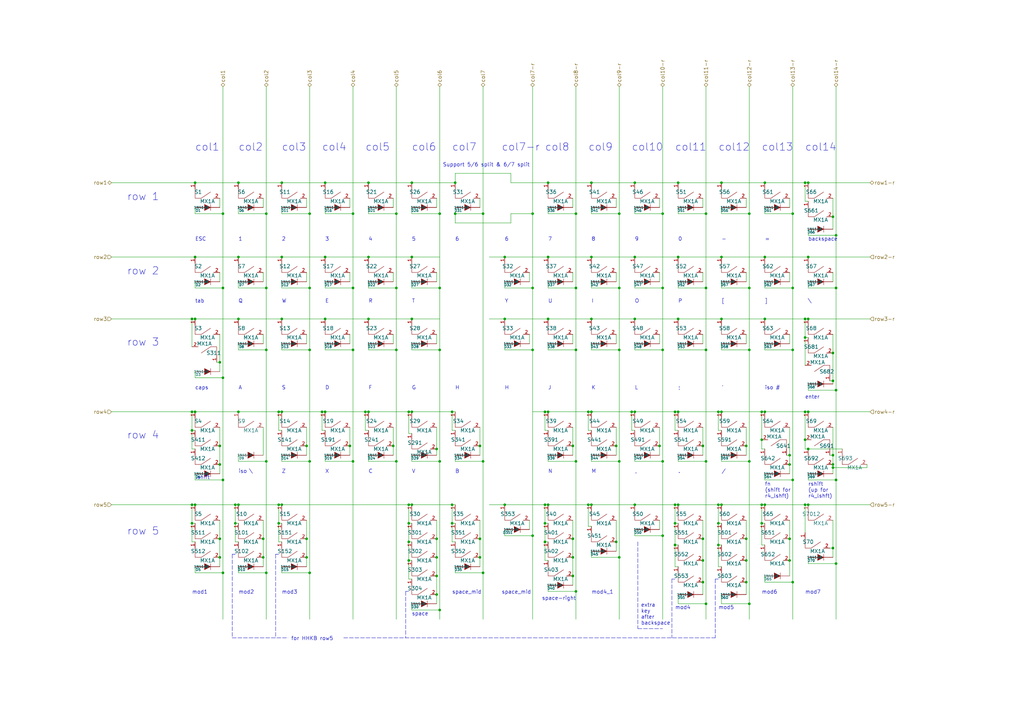
<source format=kicad_sch>
(kicad_sch (version 20211123) (generator eeschema)
  (paper "A3")
  (title_block (date "17 jul 2013"))
  (junction (at 234.95 236.22))
  (junction (at 234.95 228.6))
  (junction (at 325.12 87.63))
  (junction (at 97.79 130.81))
  (junction (at 180.34 118.11))
  (junction (at 185.42 168.91))
  (junction (at 331.47 74.93))
  (junction (at 341.63 88.9))
  (junction (at 306.07 229.87))
  (junction (at 288.29 229.87))
  (junction (at 331.47 168.91))
  (junction (at 331.47 130.81))
  (junction (at 325.12 118.11))
  (junction (at 306.07 182.88))
  (junction (at 78.74 130.81))
  (junction (at 223.52 214.63))
  (junction (at 80.01 130.81))
  (junction (at 114.3 214.63))
  (junction (at 185.42 207.01))
  (junction (at 127 87.63))
  (junction (at 306.07 220.98))
  (junction (at 91.44 234.95))
  (junction (at 294.64 214.63))
  (junction (at 218.44 118.11))
  (junction (at 276.86 223.52))
  (junction (at 179.07 243.84))
  (junction (at 271.78 118.11))
  (junction (at 288.29 220.98))
  (junction (at 144.78 87.63))
  (junction (at 127 143.51))
  (junction (at 271.78 219.71))
  (junction (at 168.91 105.41))
  (junction (at 307.34 118.11))
  (junction (at 242.57 207.01))
  (junction (at 91.44 196.85))
  (junction (at 307.34 189.23))
  (junction (at 312.42 214.63))
  (junction (at 90.17 220.98))
  (junction (at 179.07 228.6))
  (junction (at 323.85 190.5))
  (junction (at 295.91 105.41))
  (junction (at 151.13 105.41))
  (junction (at 252.73 222.25))
  (junction (at 80.01 105.41))
  (junction (at 278.13 105.41))
  (junction (at 312.42 180.34))
  (junction (at 294.64 223.52))
  (junction (at 242.57 105.41))
  (junction (at 218.44 219.71))
  (junction (at 97.79 105.41))
  (junction (at 330.2 138.43))
  (junction (at 180.34 189.23))
  (junction (at 114.3 207.01))
  (junction (at 276.86 168.91))
  (junction (at 167.64 168.91))
  (junction (at 198.12 189.23))
  (junction (at 167.64 214.63))
  (junction (at 125.73 220.98))
  (junction (at 186.69 74.93))
  (junction (at 271.78 143.51))
  (junction (at 330.2 180.34))
  (junction (at 259.08 168.91))
  (junction (at 234.95 220.98))
  (junction (at 167.64 222.25))
  (junction (at 114.3 168.91))
  (junction (at 331.47 184.15))
  (junction (at 144.78 118.11))
  (junction (at 91.44 154.94))
  (junction (at 307.34 87.63))
  (junction (at 330.2 130.81))
  (junction (at 162.56 143.51))
  (junction (at 90.17 148.59))
  (junction (at 289.56 143.51))
  (junction (at 78.74 214.63))
  (junction (at 313.69 130.81))
  (junction (at 260.35 207.01))
  (junction (at 236.22 189.23))
  (junction (at 198.12 234.95))
  (junction (at 133.35 105.41))
  (junction (at 241.3 168.91))
  (junction (at 115.57 207.01))
  (junction (at 97.79 74.93))
  (junction (at 161.29 182.88))
  (junction (at 91.44 87.63))
  (junction (at 323.85 186.69))
  (junction (at 325.12 196.85))
  (junction (at 342.9 96.52))
  (junction (at 115.57 168.91))
  (junction (at 278.13 207.01))
  (junction (at 295.91 168.91))
  (junction (at 234.95 182.88))
  (junction (at 242.57 74.93))
  (junction (at 276.86 207.01))
  (junction (at 313.69 207.01))
  (junction (at 313.69 74.93))
  (junction (at 109.22 189.23))
  (junction (at 179.07 184.15))
  (junction (at 223.52 168.91))
  (junction (at 196.85 182.88))
  (junction (at 342.9 196.85))
  (junction (at 260.35 105.41))
  (junction (at 289.56 247.65))
  (junction (at 306.07 238.76))
  (junction (at 295.91 74.93))
  (junction (at 96.52 214.63))
  (junction (at 307.34 143.51))
  (junction (at 90.17 182.88))
  (junction (at 223.52 207.01))
  (junction (at 198.12 87.63))
  (junction (at 115.57 105.41))
  (junction (at 125.73 228.6))
  (junction (at 207.01 105.41))
  (junction (at 223.52 222.25))
  (junction (at 341.63 191.77))
  (junction (at 341.63 144.78))
  (junction (at 295.91 130.81))
  (junction (at 78.74 168.91))
  (junction (at 180.34 143.51))
  (junction (at 224.79 105.41))
  (junction (at 196.85 228.6))
  (junction (at 330.2 207.01))
  (junction (at 133.35 74.93))
  (junction (at 278.13 130.81))
  (junction (at 323.85 229.87))
  (junction (at 109.22 118.11))
  (junction (at 180.34 87.63))
  (junction (at 80.01 168.91))
  (junction (at 236.22 242.57))
  (junction (at 289.56 87.63))
  (junction (at 162.56 118.11))
  (junction (at 341.63 190.5))
  (junction (at 218.44 143.51))
  (junction (at 151.13 74.93))
  (junction (at 342.9 231.14))
  (junction (at 307.34 247.65))
  (junction (at 167.64 229.87))
  (junction (at 90.17 228.6))
  (junction (at 143.51 182.88))
  (junction (at 109.22 87.63))
  (junction (at 276.86 214.63))
  (junction (at 180.34 250.19))
  (junction (at 236.22 118.11))
  (junction (at 186.69 87.63))
  (junction (at 132.08 168.91))
  (junction (at 97.79 207.01))
  (junction (at 127 118.11))
  (junction (at 207.01 130.81))
  (junction (at 342.9 118.11))
  (junction (at 271.78 87.63))
  (junction (at 288.29 182.88))
  (junction (at 325.12 238.76))
  (junction (at 236.22 87.63))
  (junction (at 149.86 168.91))
  (junction (at 331.47 105.41))
  (junction (at 185.42 214.63))
  (junction (at 312.42 168.91))
  (junction (at 242.57 130.81))
  (junction (at 78.74 176.53))
  (junction (at 278.13 74.93))
  (junction (at 224.79 130.81))
  (junction (at 224.79 74.93))
  (junction (at 330.2 168.91))
  (junction (at 162.56 189.23))
  (junction (at 96.52 207.01))
  (junction (at 331.47 207.01))
  (junction (at 168.91 130.81))
  (junction (at 109.22 234.95))
  (junction (at 162.56 87.63))
  (junction (at 144.78 189.23))
  (junction (at 260.35 74.93))
  (junction (at 271.78 189.23))
  (junction (at 168.91 207.01))
  (junction (at 133.35 130.81))
  (junction (at 151.13 168.91))
  (junction (at 127 234.95))
  (junction (at 80.01 74.93))
  (junction (at 254 143.51))
  (junction (at 144.78 143.51))
  (junction (at 252.73 182.88))
  (junction (at 236.22 143.51))
  (junction (at 179.07 236.22))
  (junction (at 313.69 105.41))
  (junction (at 167.64 207.01))
  (junction (at 91.44 118.11))
  (junction (at 289.56 189.23))
  (junction (at 80.01 207.01))
  (junction (at 312.42 207.01))
  (junction (at 168.91 168.91))
  (junction (at 179.07 220.98))
  (junction (at 289.56 118.11))
  (junction (at 90.17 190.5))
  (junction (at 207.01 207.01))
  (junction (at 341.63 224.79))
  (junction (at 254 228.6))
  (junction (at 323.85 220.98))
  (junction (at 260.35 168.91))
  (junction (at 288.29 238.76))
  (junction (at 254 189.23))
  (junction (at 224.79 168.91))
  (junction (at 107.95 228.6))
  (junction (at 115.57 74.93))
  (junction (at 127 189.23))
  (junction (at 224.79 207.01))
  (junction (at 196.85 220.98))
  (junction (at 168.91 74.93))
  (junction (at 242.57 168.91))
  (junction (at 241.3 207.01))
  (junction (at 294.64 168.91))
  (junction (at 295.91 207.01))
  (junction (at 97.79 168.91))
  (junction (at 133.35 168.91))
  (junction (at 125.73 182.88))
  (junction (at 270.51 182.88))
  (junction (at 341.63 186.69))
  (junction (at 78.74 207.01))
  (junction (at 342.9 160.02))
  (junction (at 260.35 130.81))
  (junction (at 115.57 130.81))
  (junction (at 151.13 130.81))
  (junction (at 341.63 156.21))
  (junction (at 218.44 87.63))
  (junction (at 278.13 168.91))
  (junction (at 330.2 74.93))
  (junction (at 325.12 143.51))
  (junction (at 109.22 143.51))
  (junction (at 254 118.11))
  (junction (at 294.64 207.01))
  (junction (at 107.95 220.98))
  (junction (at 313.69 168.91))
  (junction (at 254 87.63))
  (polyline (pts (xy 261.62 222.25) (xy 261.62 257.81)))
  (wire (pts (xy 91.44 196.85) (xy 91.44 234.95)))
  (wire (pts (xy 288.29 115.57) (xy 288.29 111.76)))
  (wire (pts (xy 295.91 85.09) (xy 295.91 87.63)))
  (wire (pts (xy 167.64 168.91) (xy 168.91 168.91)))
  (wire (pts (xy 278.13 130.81) (xy 295.91 130.81)))
  (wire (pts (xy 144.78 118.11) (xy 133.35 118.11)))
  (wire (pts (xy 97.79 168.91) (xy 114.3 168.91)))
  (wire (pts (xy 180.34 250.19) (xy 180.34 254)))
  (wire (pts (xy 259.08 168.91) (xy 259.08 176.53)))
  (wire (pts (xy 198.12 189.23) (xy 186.69 189.23)))
  (wire (pts (xy 260.35 207.01) (xy 276.86 207.01)))
  (wire (pts (xy 115.57 118.11) (xy 115.57 115.57)))
  (wire (pts (xy 278.13 189.23) (xy 278.13 186.69)))
  (wire (pts (xy 325.12 35.56) (xy 325.12 87.63)))
  (wire (pts (xy 325.12 118.11) (xy 325.12 143.51)))
  (wire (pts (xy 127 118.11) (xy 127 143.51)))
  (wire (pts (xy 224.79 143.51) (xy 224.79 140.97)))
  (wire (pts (xy 341.63 224.79) (xy 341.63 228.6)))
  (wire (pts (xy 80.01 85.09) (xy 80.01 87.63)))
  (wire (pts (xy 306.07 182.88) (xy 306.07 186.69)))
  (wire (pts (xy 186.69 214.63) (xy 185.42 214.63)))
  (wire (pts (xy 242.57 74.93) (xy 260.35 74.93)))
  (wire (pts (xy 90.17 85.09) (xy 90.17 81.28)))
  (wire (pts (xy 288.29 238.76) (xy 288.29 243.84)))
  (wire (pts (xy 207.01 130.81) (xy 224.79 130.81)))
  (wire (pts (xy 254 35.56) (xy 254 87.63)))
  (wire (pts (xy 271.78 118.11) (xy 260.35 118.11)))
  (wire (pts (xy 295.91 130.81) (xy 313.69 130.81)))
  (wire (pts (xy 270.51 182.88) (xy 270.51 186.69)))
  (wire (pts (xy 278.13 143.51) (xy 278.13 140.97)))
  (wire (pts (xy 242.57 189.23) (xy 242.57 186.69)))
  (wire (pts (xy 330.2 138.43) (xy 330.2 149.86)))
  (wire (pts (xy 167.64 237.49) (xy 168.91 237.49)))
  (wire (pts (xy 167.64 214.63) (xy 167.64 222.25)))
  (wire (pts (xy 295.91 105.41) (xy 313.69 105.41)))
  (wire (pts (xy 330.2 207.01) (xy 330.2 218.44)))
  (wire (pts (xy 125.73 213.36) (xy 125.73 220.98)))
  (wire (pts (xy 115.57 105.41) (xy 133.35 105.41)))
  (wire (pts (xy 151.13 118.11) (xy 151.13 115.57)))
  (wire (pts (xy 218.44 143.51) (xy 218.44 219.71)))
  (wire (pts (xy 323.85 140.97) (xy 323.85 137.16)))
  (wire (pts (xy 185.42 214.63) (xy 185.42 222.25)))
  (wire (pts (xy 294.64 232.41) (xy 295.91 232.41)))
  (wire (pts (xy 90.17 137.16) (xy 90.17 148.59)))
  (wire (pts (xy 133.35 130.81) (xy 151.13 130.81)))
  (wire (pts (xy 278.13 168.91) (xy 294.64 168.91)))
  (wire (pts (xy 186.69 85.09) (xy 186.69 87.63)))
  (wire (pts (xy 168.91 207.01) (xy 185.42 207.01)))
  (wire (pts (xy 323.85 229.87) (xy 323.85 236.22)))
  (wire (pts (xy 313.69 130.81) (xy 330.2 130.81)))
  (wire (pts (xy 151.13 87.63) (xy 162.56 87.63)))
  (wire (pts (xy 109.22 143.51) (xy 97.79 143.51)))
  (wire (pts (xy 109.22 234.95) (xy 109.22 254)))
  (wire (pts (xy 127 143.51) (xy 127 189.23)))
  (wire (pts (xy 80.01 130.81) (xy 97.79 130.81)))
  (wire (pts (xy 254 118.11) (xy 242.57 118.11)))
  (wire (pts (xy 97.79 214.63) (xy 96.52 214.63)))
  (wire (pts (xy 114.3 207.01) (xy 115.57 207.01)))
  (wire (pts (xy 288.29 175.26) (xy 288.29 182.88)))
  (wire (pts (xy 234.95 115.57) (xy 234.95 111.76)))
  (wire (pts (xy 198.12 234.95) (xy 198.12 254)))
  (wire (pts (xy 207.01 118.11) (xy 207.01 115.57)))
  (wire (pts (xy 242.57 87.63) (xy 254 87.63)))
  (wire (pts (xy 307.34 35.56) (xy 307.34 87.63)))
  (wire (pts (xy 151.13 85.09) (xy 151.13 87.63)))
  (wire (pts (xy 312.42 214.63) (xy 312.42 223.52)))
  (wire (pts (xy 133.35 105.41) (xy 151.13 105.41)))
  (wire (pts (xy 312.42 184.15) (xy 313.69 184.15)))
  (wire (pts (xy 342.9 160.02) (xy 331.47 160.02)))
  (wire (pts (xy 342.9 118.11) (xy 342.9 160.02)))
  (wire (pts (xy 331.47 160.02) (xy 331.47 157.48)))
  (wire (pts (xy 241.3 207.01) (xy 241.3 215.9)))
  (wire (pts (xy 96.52 222.25) (xy 97.79 222.25)))
  (wire (pts (xy 270.51 140.97) (xy 270.51 137.16)))
  (wire (pts (xy 289.56 35.56) (xy 289.56 87.63)))
  (wire (pts (xy 312.42 180.34) (xy 312.42 184.15)))
  (wire (pts (xy 78.74 222.25) (xy 80.01 222.25)))
  (wire (pts (xy 114.3 168.91) (xy 115.57 168.91)))
  (wire (pts (xy 294.64 223.52) (xy 295.91 223.52)))
  (wire (pts (xy 78.74 176.53) (xy 78.74 184.15)))
  (wire (pts (xy 242.57 85.09) (xy 242.57 87.63)))
  (polyline (pts (xy 275.59 237.49) (xy 275.59 261.62)))
  (wire (pts (xy 242.57 228.6) (xy 254 228.6)))
  (wire (pts (xy 127 87.63) (xy 127 118.11)))
  (wire (pts (xy 276.86 168.91) (xy 278.13 168.91)))
  (wire (pts (xy 271.78 219.71) (xy 271.78 254)))
  (wire (pts (xy 223.52 168.91) (xy 223.52 176.53)))
  (wire (pts (xy 236.22 118.11) (xy 236.22 143.51)))
  (wire (pts (xy 288.29 182.88) (xy 288.29 186.69)))
  (wire (pts (xy 168.91 118.11) (xy 168.91 115.57)))
  (wire (pts (xy 223.52 207.01) (xy 224.79 207.01)))
  (wire (pts (xy 143.51 175.26) (xy 143.51 182.88)))
  (wire (pts (xy 307.34 118.11) (xy 307.34 143.51)))
  (wire (pts (xy 341.63 88.9) (xy 341.63 93.98)))
  (wire (pts (xy 224.79 242.57) (xy 236.22 242.57)))
  (wire (pts (xy 127 189.23) (xy 115.57 189.23)))
  (wire (pts (xy 289.56 118.11) (xy 278.13 118.11)))
  (wire (pts (xy 323.85 186.69) (xy 323.85 190.5)))
  (wire (pts (xy 313.69 168.91) (xy 330.2 168.91)))
  (wire (pts (xy 161.29 140.97) (xy 161.29 137.16)))
  (wire (pts (xy 149.86 168.91) (xy 149.86 176.53)))
  (wire (pts (xy 115.57 234.95) (xy 127 234.95)))
  (wire (pts (xy 276.86 223.52) (xy 276.86 232.41)))
  (wire (pts (xy 198.12 87.63) (xy 198.12 189.23)))
  (wire (pts (xy 242.57 168.91) (xy 259.08 168.91)))
  (wire (pts (xy 306.07 85.09) (xy 306.07 81.28)))
  (wire (pts (xy 252.73 115.57) (xy 252.73 111.76)))
  (wire (pts (xy 180.34 189.23) (xy 180.34 250.19)))
  (wire (pts (xy 125.73 175.26) (xy 125.73 182.88)))
  (wire (pts (xy 295.91 168.91) (xy 312.42 168.91)))
  (wire (pts (xy 313.69 238.76) (xy 325.12 238.76)))
  (wire (pts (xy 331.47 96.52) (xy 342.9 96.52)))
  (wire (pts (xy 161.29 182.88) (xy 161.29 186.69)))
  (wire (pts (xy 114.3 168.91) (xy 114.3 176.53)))
  (wire (pts (xy 133.35 168.91) (xy 149.86 168.91)))
  (wire (pts (xy 90.17 148.59) (xy 90.17 152.4)))
  (polyline (pts (xy 166.37 242.57) (xy 166.37 261.62)))
  (wire (pts (xy 294.64 168.91) (xy 295.91 168.91)))
  (wire (pts (xy 218.44 118.11) (xy 218.44 143.51)))
  (wire (pts (xy 168.91 143.51) (xy 168.91 140.97)))
  (wire (pts (xy 80.01 234.95) (xy 80.01 232.41)))
  (wire (pts (xy 127 35.56) (xy 127 87.63)))
  (wire (pts (xy 168.91 105.41) (xy 180.34 105.41)))
  (wire (pts (xy 312.42 207.01) (xy 313.69 207.01)))
  (wire (pts (xy 288.29 220.98) (xy 288.29 229.87)))
  (wire (pts (xy 151.13 143.51) (xy 151.13 140.97)))
  (wire (pts (xy 223.52 168.91) (xy 224.79 168.91)))
  (wire (pts (xy 223.52 222.25) (xy 224.79 222.25)))
  (wire (pts (xy 278.13 247.65) (xy 278.13 243.84)))
  (wire (pts (xy 107.95 228.6) (xy 107.95 232.41)))
  (wire (pts (xy 196.85 213.36) (xy 196.85 220.98)))
  (wire (pts (xy 313.69 105.41) (xy 331.47 105.41)))
  (wire (pts (xy 242.57 118.11) (xy 242.57 115.57)))
  (wire (pts (xy 179.07 213.36) (xy 179.07 220.98)))
  (wire (pts (xy 179.07 184.15) (xy 179.07 186.69)))
  (wire (pts (xy 306.07 115.57) (xy 306.07 111.76)))
  (wire (pts (xy 330.2 74.93) (xy 331.47 74.93)))
  (wire (pts (xy 313.69 196.85) (xy 325.12 196.85)))
  (wire (pts (xy 78.74 214.63) (xy 78.74 222.25)))
  (wire (pts (xy 167.64 222.25) (xy 167.64 229.87)))
  (wire (pts (xy 209.55 74.93) (xy 209.55 71.12)))
  (wire (pts (xy 306.07 213.36) (xy 306.07 220.98)))
  (wire (pts (xy 330.2 207.01) (xy 331.47 207.01)))
  (wire (pts (xy 97.79 85.09) (xy 97.79 87.63)))
  (wire (pts (xy 224.79 74.93) (xy 242.57 74.93)))
  (wire (pts (xy 185.42 176.53) (xy 186.69 176.53)))
  (wire (pts (xy 252.73 140.97) (xy 252.73 137.16)))
  (wire (pts (xy 330.2 82.55) (xy 331.47 82.55)))
  (wire (pts (xy 259.08 176.53) (xy 260.35 176.53)))
  (wire (pts (xy 91.44 154.94) (xy 80.01 154.94)))
  (wire (pts (xy 161.29 115.57) (xy 161.29 111.76)))
  (wire (pts (xy 313.69 143.51) (xy 313.69 140.97)))
  (polyline (pts (xy 140.97 261.62) (xy 293.37 261.62)))
  (wire (pts (xy 45.72 105.41) (xy 80.01 105.41)))
  (wire (pts (xy 294.64 207.01) (xy 294.64 214.63)))
  (wire (pts (xy 162.56 189.23) (xy 162.56 254)))
  (polyline (pts (xy 95.25 227.33) (xy 96.52 227.33)))
  (polyline (pts (xy 276.86 237.49) (xy 275.59 237.49)))
  (wire (pts (xy 107.95 220.98) (xy 107.95 228.6)))
  (wire (pts (xy 242.57 226.06) (xy 242.57 228.6)))
  (wire (pts (xy 180.34 143.51) (xy 180.34 189.23)))
  (wire (pts (xy 331.47 74.93) (xy 356.87 74.93)))
  (wire (pts (xy 289.56 247.65) (xy 289.56 254)))
  (wire (pts (xy 289.56 87.63) (xy 289.56 118.11)))
  (wire (pts (xy 330.2 184.15) (xy 331.47 184.15)))
  (wire (pts (xy 331.47 184.15) (xy 345.44 184.15)))
  (polyline (pts (xy 113.03 227.33) (xy 114.3 227.33)))
  (wire (pts (xy 323.85 85.09) (xy 323.85 81.28)))
  (wire (pts (xy 254 189.23) (xy 242.57 189.23)))
  (wire (pts (xy 125.73 115.57) (xy 125.73 111.76)))
  (wire (pts (xy 260.35 189.23) (xy 260.35 186.69)))
  (wire (pts (xy 179.07 236.22) (xy 179.07 243.84)))
  (wire (pts (xy 331.47 231.14) (xy 331.47 228.6)))
  (wire (pts (xy 151.13 130.81) (xy 168.91 130.81)))
  (wire (pts (xy 97.79 234.95) (xy 97.79 232.41)))
  (wire (pts (xy 168.91 85.09) (xy 168.91 87.63)))
  (wire (pts (xy 341.63 190.5) (xy 341.63 191.77)))
  (wire (pts (xy 179.07 85.09) (xy 179.07 81.28)))
  (wire (pts (xy 143.51 140.97) (xy 143.51 137.16)))
  (wire (pts (xy 80.01 154.94) (xy 80.01 152.4)))
  (wire (pts (xy 180.34 118.11) (xy 180.34 143.51)))
  (wire (pts (xy 96.52 207.01) (xy 96.52 214.63)))
  (wire (pts (xy 271.78 189.23) (xy 260.35 189.23)))
  (wire (pts (xy 224.79 85.09) (xy 224.79 87.63)))
  (wire (pts (xy 96.52 214.63) (xy 96.52 222.25)))
  (wire (pts (xy 179.07 175.26) (xy 179.07 184.15)))
  (wire (pts (xy 224.79 118.11) (xy 224.79 115.57)))
  (wire (pts (xy 252.73 213.36) (xy 252.73 222.25)))
  (wire (pts (xy 224.79 105.41) (xy 242.57 105.41)))
  (wire (pts (xy 330.2 180.34) (xy 330.2 184.15)))
  (wire (pts (xy 90.17 213.36) (xy 90.17 220.98)))
  (wire (pts (xy 90.17 228.6) (xy 90.17 232.41)))
  (wire (pts (xy 278.13 74.93) (xy 295.91 74.93)))
  (wire (pts (xy 196.85 85.09) (xy 196.85 81.28)))
  (wire (pts (xy 260.35 105.41) (xy 278.13 105.41)))
  (wire (pts (xy 186.69 232.41) (xy 186.69 234.95)))
  (wire (pts (xy 185.42 168.91) (xy 185.42 176.53)))
  (wire (pts (xy 161.29 175.26) (xy 161.29 182.88)))
  (wire (pts (xy 168.91 189.23) (xy 168.91 186.69)))
  (wire (pts (xy 242.57 130.81) (xy 260.35 130.81)))
  (wire (pts (xy 168.91 247.65) (xy 168.91 250.19)))
  (wire (pts (xy 91.44 87.63) (xy 91.44 118.11)))
  (wire (pts (xy 168.91 168.91) (xy 185.42 168.91)))
  (wire (pts (xy 115.57 143.51) (xy 115.57 140.97)))
  (wire (pts (xy 260.35 143.51) (xy 260.35 140.97)))
  (wire (pts (xy 90.17 111.76) (xy 90.17 115.57)))
  (wire (pts (xy 109.22 118.11) (xy 97.79 118.11)))
  (wire (pts (xy 196.85 228.6) (xy 196.85 232.41)))
  (wire (pts (xy 278.13 118.11) (xy 278.13 115.57)))
  (wire (pts (xy 223.52 207.01) (xy 223.52 214.63)))
  (wire (pts (xy 223.52 176.53) (xy 224.79 176.53)))
  (wire (pts (xy 162.56 118.11) (xy 162.56 143.51)))
  (wire (pts (xy 260.35 168.91) (xy 276.86 168.91)))
  (wire (pts (xy 162.56 35.56) (xy 162.56 87.63)))
  (wire (pts (xy 288.29 213.36) (xy 288.29 220.98)))
  (wire (pts (xy 151.13 105.41) (xy 168.91 105.41)))
  (wire (pts (xy 78.74 176.53) (xy 80.01 176.53)))
  (wire (pts (xy 186.69 234.95) (xy 198.12 234.95)))
  (wire (pts (xy 325.12 143.51) (xy 313.69 143.51)))
  (wire (pts (xy 289.56 143.51) (xy 289.56 189.23)))
  (wire (pts (xy 218.44 87.63) (xy 218.44 118.11)))
  (wire (pts (xy 271.78 143.51) (xy 260.35 143.51)))
  (wire (pts (xy 207.01 143.51) (xy 207.01 140.97)))
  (wire (pts (xy 260.35 74.93) (xy 278.13 74.93)))
  (wire (pts (xy 186.69 71.12) (xy 186.69 74.93)))
  (wire (pts (xy 133.35 189.23) (xy 133.35 186.69)))
  (wire (pts (xy 115.57 207.01) (xy 167.64 207.01)))
  (wire (pts (xy 115.57 232.41) (xy 115.57 234.95)))
  (wire (pts (xy 167.64 207.01) (xy 167.64 214.63)))
  (wire (pts (xy 313.69 118.11) (xy 313.69 115.57)))
  (wire (pts (xy 143.51 115.57) (xy 143.51 111.76)))
  (wire (pts (xy 330.2 168.91) (xy 330.2 180.34)))
  (wire (pts (xy 107.95 175.26) (xy 107.95 186.69)))
  (wire (pts (xy 252.73 175.26) (xy 252.73 182.88)))
  (wire (pts (xy 180.34 143.51) (xy 168.91 143.51)))
  (wire (pts (xy 143.51 85.09) (xy 143.51 81.28)))
  (wire (pts (xy 355.6 190.5) (xy 355.6 191.77)))
  (polyline (pts (xy 261.62 257.81) (xy 271.78 257.81)))
  (wire (pts (xy 207.01 207.01) (xy 223.52 207.01)))
  (wire (pts (xy 180.34 35.56) (xy 180.34 87.63)))
  (wire (pts (xy 114.3 222.25) (xy 115.57 222.25)))
  (wire (pts (xy 236.22 242.57) (xy 236.22 254)))
  (wire (pts (xy 236.22 87.63) (xy 236.22 118.11)))
  (wire (pts (xy 289.56 189.23) (xy 289.56 247.65)))
  (wire (pts (xy 312.42 214.63) (xy 313.69 214.63)))
  (wire (pts (xy 198.12 189.23) (xy 198.12 234.95)))
  (wire (pts (xy 224.79 207.01) (xy 241.3 207.01)))
  (wire (pts (xy 109.22 118.11) (xy 109.22 143.51)))
  (wire (pts (xy 234.95 213.36) (xy 234.95 220.98)))
  (wire (pts (xy 132.08 176.53) (xy 133.35 176.53)))
  (wire (pts (xy 289.56 247.65) (xy 278.13 247.65)))
  (wire (pts (xy 109.22 35.56) (xy 109.22 87.63)))
  (wire (pts (xy 242.57 207.01) (xy 260.35 207.01)))
  (wire (pts (xy 313.69 87.63) (xy 325.12 87.63)))
  (wire (pts (xy 133.35 118.11) (xy 133.35 115.57)))
  (wire (pts (xy 196.85 182.88) (xy 196.85 186.69)))
  (wire (pts (xy 325.12 238.76) (xy 325.12 254)))
  (wire (pts (xy 331.47 130.81) (xy 356.87 130.81)))
  (wire (pts (xy 323.85 220.98) (xy 323.85 229.87)))
  (wire (pts (xy 115.57 74.93) (xy 133.35 74.93)))
  (wire (pts (xy 278.13 207.01) (xy 294.64 207.01)))
  (wire (pts (xy 276.86 176.53) (xy 278.13 176.53)))
  (wire (pts (xy 260.35 130.81) (xy 278.13 130.81)))
  (wire (pts (xy 271.78 219.71) (xy 260.35 219.71)))
  (wire (pts (xy 185.42 207.01) (xy 186.69 207.01)))
  (wire (pts (xy 342.9 231.14) (xy 342.9 254)))
  (wire (pts (xy 78.74 168.91) (xy 80.01 168.91)))
  (wire (pts (xy 306.07 140.97) (xy 306.07 137.16)))
  (wire (pts (xy 114.3 176.53) (xy 115.57 176.53)))
  (wire (pts (xy 294.64 214.63) (xy 295.91 214.63)))
  (wire (pts (xy 234.95 175.26) (xy 234.95 182.88)))
  (wire (pts (xy 115.57 85.09) (xy 115.57 87.63)))
  (wire (pts (xy 342.9 35.56) (xy 342.9 96.52)))
  (wire (pts (xy 294.64 207.01) (xy 295.91 207.01)))
  (wire (pts (xy 162.56 143.51) (xy 151.13 143.51)))
  (wire (pts (xy 342.9 96.52) (xy 342.9 118.11)))
  (wire (pts (xy 234.95 236.22) (xy 234.95 240.03)))
  (wire (pts (xy 168.91 87.63) (xy 180.34 87.63)))
  (wire (pts (xy 162.56 143.51) (xy 162.56 189.23)))
  (wire (pts (xy 207.01 105.41) (xy 224.79 105.41)))
  (wire (pts (xy 91.44 234.95) (xy 80.01 234.95)))
  (wire (pts (xy 162.56 118.11) (xy 151.13 118.11)))
  (wire (pts (xy 132.08 168.91) (xy 133.35 168.91)))
  (wire (pts (xy 107.95 111.76) (xy 107.95 115.57)))
  (polyline (pts (xy 293.37 237.49) (xy 293.37 261.62)))
  (wire (pts (xy 109.22 143.51) (xy 109.22 189.23)))
  (wire (pts (xy 45.72 74.93) (xy 80.01 74.93)))
  (wire (pts (xy 109.22 189.23) (xy 109.22 234.95)))
  (wire (pts (xy 306.07 175.26) (xy 306.07 182.88)))
  (wire (pts (xy 307.34 143.51) (xy 307.34 189.23)))
  (wire (pts (xy 144.78 35.56) (xy 144.78 87.63)))
  (wire (pts (xy 313.69 236.22) (xy 313.69 238.76)))
  (wire (pts (xy 125.73 140.97) (xy 125.73 137.16)))
  (wire (pts (xy 330.2 130.81) (xy 331.47 130.81)))
  (wire (pts (xy 109.22 87.63) (xy 109.22 118.11)))
  (wire (pts (xy 236.22 118.11) (xy 224.79 118.11)))
  (wire (pts (xy 207.01 217.17) (xy 207.01 219.71)))
  (wire (pts (xy 341.63 115.57) (xy 341.63 111.76)))
  (wire (pts (xy 78.74 130.81) (xy 80.01 130.81)))
  (wire (pts (xy 127 118.11) (xy 115.57 118.11)))
  (wire (pts (xy 322.58 186.69) (xy 323.85 186.69)))
  (wire (pts (xy 144.78 143.51) (xy 133.35 143.51)))
  (wire (pts (xy 78.74 168.91) (xy 78.74 176.53)))
  (wire (pts (xy 295.91 87.63) (xy 307.34 87.63)))
  (wire (pts (xy 323.85 213.36) (xy 323.85 220.98)))
  (wire (pts (xy 323.85 175.26) (xy 323.85 186.69)))
  (wire (pts (xy 125.73 182.88) (xy 125.73 186.69)))
  (wire (pts (xy 270.51 175.26) (xy 270.51 182.88)))
  (wire (pts (xy 107.95 213.36) (xy 107.95 220.98)))
  (wire (pts (xy 271.78 87.63) (xy 271.78 118.11)))
  (wire (pts (xy 236.22 189.23) (xy 224.79 189.23)))
  (wire (pts (xy 331.47 96.52) (xy 331.47 93.98)))
  (wire (pts (xy 278.13 85.09) (xy 278.13 87.63)))
  (wire (pts (xy 241.3 168.91) (xy 241.3 176.53)))
  (wire (pts (xy 276.86 168.91) (xy 276.86 176.53)))
  (wire (pts (xy 200.66 105.41) (xy 207.01 105.41)))
  (wire (pts (xy 167.64 229.87) (xy 168.91 229.87)))
  (wire (pts (xy 224.79 87.63) (xy 236.22 87.63)))
  (wire (pts (xy 200.66 207.01) (xy 207.01 207.01)))
  (wire (pts (xy 330.2 74.93) (xy 330.2 82.55)))
  (wire (pts (xy 127 234.95) (xy 127 254)))
  (wire (pts (xy 218.44 168.91) (xy 223.52 168.91)))
  (wire (pts (xy 209.55 74.93) (xy 224.79 74.93)))
  (wire (pts (xy 342.9 118.11) (xy 331.47 118.11)))
  (wire (pts (xy 331.47 105.41) (xy 356.87 105.41)))
  (wire (pts (xy 254 118.11) (xy 254 143.51)))
  (wire (pts (xy 109.22 234.95) (xy 97.79 234.95)))
  (polyline (pts (xy 294.64 237.49) (xy 293.37 237.49)))
  (wire (pts (xy 185.42 222.25) (xy 186.69 222.25)))
  (wire (pts (xy 90.17 175.26) (xy 90.17 182.88)))
  (wire (pts (xy 185.42 168.91) (xy 186.69 168.91)))
  (wire (pts (xy 144.78 143.51) (xy 144.78 189.23)))
  (wire (pts (xy 45.72 207.01) (xy 78.74 207.01)))
  (wire (pts (xy 218.44 143.51) (xy 207.01 143.51)))
  (wire (pts (xy 90.17 220.98) (xy 90.17 228.6)))
  (wire (pts (xy 224.79 130.81) (xy 242.57 130.81)))
  (wire (pts (xy 313.69 194.31) (xy 313.69 196.85)))
  (wire (pts (xy 307.34 247.65) (xy 307.34 254)))
  (wire (pts (xy 312.42 223.52) (xy 313.69 223.52)))
  (wire (pts (xy 144.78 87.63) (xy 144.78 118.11)))
  (wire (pts (xy 252.73 222.25) (xy 252.73 226.06)))
  (wire (pts (xy 312.42 168.91) (xy 313.69 168.91)))
  (wire (pts (xy 109.22 189.23) (xy 97.79 189.23)))
  (wire (pts (xy 340.36 186.69) (xy 341.63 186.69)))
  (wire (pts (xy 224.79 240.03) (xy 224.79 242.57)))
  (wire (pts (xy 80.01 118.11) (xy 80.01 115.57)))
  (wire (pts (xy 259.08 168.91) (xy 260.35 168.91)))
  (wire (pts (xy 341.63 175.26) (xy 341.63 186.69)))
  (wire (pts (xy 97.79 130.81) (xy 115.57 130.81)))
  (wire (pts (xy 276.86 207.01) (xy 276.86 214.63)))
  (wire (pts (xy 341.63 186.69) (xy 341.63 190.5)))
  (wire (pts (xy 127 189.23) (xy 127 234.95)))
  (wire (pts (xy 312.42 207.01) (xy 312.42 214.63)))
  (wire (pts (xy 254 143.51) (xy 254 189.23)))
  (wire (pts (xy 80.01 74.93) (xy 97.79 74.93)))
  (wire (pts (xy 167.64 207.01) (xy 168.91 207.01)))
  (wire (pts (xy 218.44 35.56) (xy 218.44 87.63)))
  (wire (pts (xy 90.17 190.5) (xy 90.17 194.31)))
  (wire (pts (xy 260.35 118.11) (xy 260.35 115.57)))
  (wire (pts (xy 341.63 191.77) (xy 341.63 194.31)))
  (wire (pts (xy 186.69 87.63) (xy 198.12 87.63)))
  (wire (pts (xy 289.56 189.23) (xy 278.13 189.23)))
  (wire (pts (xy 97.79 74.93) (xy 115.57 74.93)))
  (wire (pts (xy 45.72 130.81) (xy 78.74 130.81)))
  (wire (pts (xy 355.6 191.77) (xy 341.63 191.77)))
  (wire (pts (xy 325.12 196.85) (xy 325.12 238.76)))
  (wire (pts (xy 78.74 130.81) (xy 78.74 142.24)))
  (wire (pts (xy 289.56 118.11) (xy 289.56 143.51)))
  (wire (pts (xy 294.64 223.52) (xy 294.64 232.41)))
  (wire (pts (xy 97.79 105.41) (xy 115.57 105.41)))
  (wire (pts (xy 234.95 228.6) (xy 234.95 236.22)))
  (wire (pts (xy 260.35 87.63) (xy 271.78 87.63)))
  (wire (pts (xy 313.69 85.09) (xy 313.69 87.63)))
  (wire (pts (xy 288.29 85.09) (xy 288.29 81.28)))
  (wire (pts (xy 224.79 214.63) (xy 223.52 214.63)))
  (wire (pts (xy 242.57 143.51) (xy 242.57 140.97)))
  (wire (pts (xy 223.52 214.63) (xy 223.52 222.25)))
  (wire (pts (xy 270.51 85.09) (xy 270.51 81.28)))
  (wire (pts (xy 167.64 229.87) (xy 167.64 237.49)))
  (wire (pts (xy 223.52 229.87) (xy 224.79 229.87)))
  (wire (pts (xy 325.12 87.63) (xy 325.12 118.11)))
  (wire (pts (xy 241.3 176.53) (xy 242.57 176.53)))
  (wire (pts (xy 242.57 105.41) (xy 260.35 105.41)))
  (wire (pts (xy 115.57 130.81) (xy 133.35 130.81)))
  (wire (pts (xy 167.64 222.25) (xy 168.91 222.25)))
  (wire (pts (xy 234.95 182.88) (xy 234.95 186.69)))
  (wire (pts (xy 342.9 231.14) (xy 331.47 231.14)))
  (wire (pts (xy 236.22 143.51) (xy 236.22 189.23)))
  (wire (pts (xy 331.47 118.11) (xy 331.47 115.57)))
  (wire (pts (xy 289.56 143.51) (xy 278.13 143.51)))
  (wire (pts (xy 151.13 189.23) (xy 151.13 186.69)))
  (wire (pts (xy 78.74 207.01) (xy 78.74 214.63)))
  (wire (pts (xy 217.17 213.36) (xy 217.17 217.17)))
  (wire (pts (xy 97.79 143.51) (xy 97.79 140.97)))
  (wire (pts (xy 133.35 85.09) (xy 133.35 87.63)))
  (wire (pts (xy 80.01 207.01) (xy 96.52 207.01)))
  (wire (pts (xy 186.69 189.23) (xy 186.69 186.69)))
  (wire (pts (xy 294.64 214.63) (xy 294.64 223.52)))
  (wire (pts (xy 234.95 220.98) (xy 234.95 228.6)))
  (wire (pts (xy 127 143.51) (xy 115.57 143.51)))
  (wire (pts (xy 90.17 182.88) (xy 90.17 190.5)))
  (wire (pts (xy 342.9 196.85) (xy 331.47 196.85)))
  (wire (pts (xy 271.78 189.23) (xy 271.78 219.71)))
  (polyline (pts (xy 95.25 261.62) (xy 118.11 261.62)))
  (wire (pts (xy 254 189.23) (xy 254 228.6)))
  (wire (pts (xy 209.55 71.12) (xy 186.69 71.12)))
  (wire (pts (xy 144.78 189.23) (xy 133.35 189.23)))
  (wire (pts (xy 331.47 196.85) (xy 331.47 194.31)))
  (wire (pts (xy 325.12 143.51) (xy 325.12 196.85)))
  (wire (pts (xy 278.13 87.63) (xy 289.56 87.63)))
  (wire (pts (xy 342.9 196.85) (xy 342.9 231.14)))
  (wire (pts (xy 133.35 87.63) (xy 144.78 87.63)))
  (wire (pts (xy 307.34 87.63) (xy 307.34 118.11)))
  (wire (pts (xy 276.86 232.41) (xy 278.13 232.41)))
  (wire (pts (xy 331.47 168.91) (xy 356.87 168.91)))
  (wire (pts (xy 97.79 207.01) (xy 114.3 207.01)))
  (wire (pts (xy 278.13 105.41) (xy 295.91 105.41)))
  (wire (pts (xy 306.07 220.98) (xy 306.07 229.87)))
  (wire (pts (xy 330.2 138.43) (xy 331.47 138.43)))
  (wire (pts (xy 217.17 115.57) (xy 217.17 111.76)))
  (wire (pts (xy 115.57 214.63) (xy 114.3 214.63)))
  (wire (pts (xy 209.55 87.63) (xy 209.55 91.44)))
  (wire (pts (xy 252.73 85.09) (xy 252.73 81.28)))
  (wire (pts (xy 149.86 168.91) (xy 151.13 168.91)))
  (wire (pts (xy 91.44 234.95) (xy 91.44 254)))
  (wire (pts (xy 294.64 176.53) (xy 295.91 176.53)))
  (wire (pts (xy 254 143.51) (xy 242.57 143.51)))
  (wire (pts (xy 312.42 168.91) (xy 312.42 180.34)))
  (wire (pts (xy 78.74 214.63) (xy 80.01 214.63)))
  (wire (pts (xy 168.91 214.63) (xy 167.64 214.63)))
  (wire (pts (xy 200.66 130.81) (xy 207.01 130.81)))
  (wire (pts (xy 218.44 219.71) (xy 218.44 254)))
  (wire (pts (xy 143.51 182.88) (xy 143.51 186.69)))
  (wire (pts (xy 125.73 228.6) (xy 125.73 232.41)))
  (wire (pts (xy 223.52 222.25) (xy 223.52 229.87)))
  (wire (pts (xy 151.13 168.91) (xy 167.64 168.91)))
  (wire (pts (xy 307.34 247.65) (xy 295.91 247.65)))
  (wire (pts (xy 207.01 219.71) (xy 218.44 219.71)))
  (wire (pts (xy 91.44 118.11) (xy 91.44 154.94)))
  (wire (pts (xy 341.63 144.78) (xy 341.63 156.21)))
  (wire (pts (xy 107.95 85.09) (xy 107.95 81.28)))
  (wire (pts (xy 186.69 87.63) (xy 186.69 91.44)))
  (wire (pts (xy 144.78 189.23) (xy 144.78 254)))
  (wire (pts (xy 115.57 189.23) (xy 115.57 186.69)))
  (wire (pts (xy 254 87.63) (xy 254 118.11)))
  (wire (pts (xy 224.79 168.91) (xy 241.3 168.91)))
  (wire (pts (xy 80.01 168.91) (xy 97.79 168.91)))
  (wire (pts (xy 162.56 189.23) (xy 151.13 189.23)))
  (wire (pts (xy 217.17 140.97) (xy 217.17 137.16)))
  (wire (pts (xy 330.2 130.81) (xy 330.2 138.43)))
  (wire (pts (xy 276.86 207.01) (xy 278.13 207.01)))
  (wire (pts (xy 307.34 189.23) (xy 295.91 189.23)))
  (wire (pts (xy 179.07 220.98) (xy 179.07 228.6)))
  (wire (pts (xy 276.86 223.52) (xy 278.13 223.52)))
  (wire (pts (xy 167.64 177.8) (xy 168.91 177.8)))
  (wire (pts (xy 96.52 207.01) (xy 97.79 207.01)))
  (wire (pts (xy 196.85 220.98) (xy 196.85 228.6)))
  (wire (pts (xy 45.72 168.91) (xy 78.74 168.91)))
  (wire (pts (xy 236.22 143.51) (xy 224.79 143.51)))
  (wire (pts (xy 133.35 143.51) (xy 133.35 140.97)))
  (wire (pts (xy 307.34 143.51) (xy 295.91 143.51)))
  (wire (pts (xy 198.12 35.56) (xy 198.12 87.63)))
  (wire (pts (xy 306.07 229.87) (xy 306.07 238.76)))
  (wire (pts (xy 179.07 140.97) (xy 179.07 137.16)))
  (wire (pts (xy 295.91 189.23) (xy 295.91 186.69)))
  (wire (pts (xy 180.34 189.23) (xy 168.91 189.23)))
  (wire (pts (xy 97.79 87.63) (xy 109.22 87.63)))
  (wire (pts (xy 91.44 154.94) (xy 91.44 196.85)))
  (wire (pts (xy 252.73 182.88) (xy 252.73 186.69)))
  (wire (pts (xy 149.86 176.53) (xy 151.13 176.53)))
  (wire (pts (xy 341.63 224.79) (xy 340.36 224.79)))
  (wire (pts (xy 179.07 243.84) (xy 179.07 247.65)))
  (wire (pts (xy 270.51 115.57) (xy 270.51 111.76)))
  (wire (pts (xy 161.29 85.09) (xy 161.29 81.28)))
  (wire (pts (xy 132.08 168.91) (xy 132.08 176.53)))
  (wire (pts (xy 168.91 250.19) (xy 180.34 250.19)))
  (wire (pts (xy 241.3 207.01) (xy 242.57 207.01)))
  (wire (pts (xy 236.22 35.56) (xy 236.22 87.63)))
  (wire (pts (xy 80.01 87.63) (xy 91.44 87.63)))
  (wire (pts (xy 341.63 156.21) (xy 341.63 157.48)))
  (wire (pts (xy 115.57 168.91) (xy 132.08 168.91)))
  (wire (pts (xy 295.91 118.11) (xy 295.91 115.57)))
  (wire (pts (xy 80.01 105.41) (xy 97.79 105.41)))
  (wire (pts (xy 323.85 115.57) (xy 323.85 111.76)))
  (wire (pts (xy 271.78 35.56) (xy 271.78 87.63)))
  (wire (pts (xy 218.44 118.11) (xy 207.01 118.11)))
  (wire (pts (xy 91.44 35.56) (xy 91.44 87.63)))
  (wire (pts (xy 288.29 229.87) (xy 288.29 238.76)))
  (wire (pts (xy 271.78 118.11) (xy 271.78 143.51)))
  (wire (pts (xy 234.95 140.97) (xy 234.95 137.16)))
  (wire (pts (xy 276.86 214.63) (xy 276.86 223.52)))
  (wire (pts (xy 260.35 85.09) (xy 260.35 87.63)))
  (polyline (pts (xy 113.03 227.33) (xy 113.03 261.62)))
  (wire (pts (xy 241.3 215.9) (xy 242.57 215.9)))
  (wire (pts (xy 115.57 87.63) (xy 127 87.63)))
  (wire (pts (xy 90.17 148.59) (xy 88.9 148.59)))
  (wire (pts (xy 151.13 74.93) (xy 168.91 74.93)))
  (wire (pts (xy 78.74 184.15) (xy 80.01 184.15)))
  (wire (pts (xy 209.55 91.44) (xy 186.69 91.44)))
  (wire (pts (xy 224.79 189.23) (xy 224.79 186.69)))
  (wire (pts (xy 80.01 196.85) (xy 80.01 194.31)))
  (wire (pts (xy 307.34 118.11) (xy 295.91 118.11)))
  (wire (pts (xy 236.22 189.23) (xy 236.22 242.57)))
  (wire (pts (xy 97.79 118.11) (xy 97.79 115.57)))
  (wire (pts (xy 295.91 207.01) (xy 312.42 207.01)))
  (wire (pts (xy 295.91 247.65) (xy 295.91 243.84)))
  (wire (pts (xy 341.63 156.21) (xy 340.36 156.21)))
  (wire (pts (xy 185.42 207.01) (xy 185.42 214.63)))
  (wire (pts (xy 125.73 220.98) (xy 125.73 228.6)))
  (wire (pts (xy 234.95 85.09) (xy 234.95 81.28)))
  (wire (pts (xy 179.07 228.6) (xy 179.07 236.22)))
  (wire (pts (xy 341.63 137.16) (xy 341.63 144.78)))
  (polyline (pts (xy 166.37 242.57) (xy 167.64 242.57)))
  (wire (pts (xy 307.34 189.23) (xy 307.34 247.65)))
  (wire (pts (xy 114.3 214.63) (xy 114.3 222.25)))
  (wire (pts (xy 323.85 190.5) (xy 323.85 194.31)))
  (wire (pts (xy 78.74 207.01) (xy 80.01 207.01)))
  (wire (pts (xy 241.3 168.91) (xy 242.57 168.91)))
  (wire (pts (xy 306.07 238.76) (xy 306.07 243.84)))
  (wire (pts (xy 107.95 137.16) (xy 107.95 140.97)))
  (wire (pts (xy 91.44 196.85) (xy 80.01 196.85)))
  (wire (pts (xy 144.78 118.11) (xy 144.78 143.51)))
  (wire (pts (xy 260.35 219.71) (xy 260.35 217.17)))
  (wire (pts (xy 180.34 118.11) (xy 168.91 118.11)))
  (wire (pts (xy 295.91 74.93) (xy 313.69 74.93)))
  (wire (pts (xy 97.79 189.23) (xy 97.79 186.69)))
  (wire (pts (xy 91.44 118.11) (xy 80.01 118.11)))
  (wire (pts (xy 331.47 207.01) (xy 356.87 207.01)))
  (wire (pts (xy 114.3 207.01) (xy 114.3 214.63)))
  (wire (pts (xy 168.91 74.93) (xy 186.69 74.93)))
  (wire (pts (xy 179.07 115.57) (xy 179.07 111.76)))
  (wire (pts (xy 341.63 81.28) (xy 341.63 88.9)))
  (wire (pts (xy 125.73 85.09) (xy 125.73 81.28)))
  (wire (pts (xy 342.9 160.02) (xy 342.9 196.85)))
  (polyline (pts (xy 95.25 227.33) (xy 95.25 261.62)))
  (wire (pts (xy 330.2 168.91) (xy 331.47 168.91)))
  (wire (pts (xy 254 228.6) (xy 254 254)))
  (wire (pts (xy 341.63 213.36) (xy 341.63 224.79)))
  (wire (pts (xy 271.78 143.51) (xy 271.78 189.23)))
  (wire (pts (xy 162.56 87.63) (xy 162.56 118.11)))
  (wire (pts (xy 325.12 118.11) (xy 313.69 118.11)))
  (wire (pts (xy 133.35 74.93) (xy 151.13 74.93)))
  (wire (pts (xy 196.85 175.26) (xy 196.85 182.88)))
  (wire (pts (xy 294.64 168.91) (xy 294.64 176.53)))
  (wire (pts (xy 168.91 130.81) (xy 180.34 130.81)))
  (wire (pts (xy 278.13 214.63) (xy 276.86 214.63)))
  (wire (pts (xy 295.91 143.51) (xy 295.91 140.97)))
  (wire (pts (xy 313.69 207.01) (xy 330.2 207.01)))
  (wire (pts (xy 218.44 87.63) (xy 209.55 87.63)))
  (wire (pts (xy 313.69 74.93) (xy 330.2 74.93)))
  (wire (pts (xy 288.29 140.97) (xy 288.29 137.16)))
  (wire (pts (xy 167.64 168.91) (xy 167.64 177.8)))
  (wire (pts (xy 270.51 217.17) (xy 270.51 213.36)))
  (wire (pts (xy 180.34 87.63) (xy 180.34 118.11)))
  (text "G" (at 168.91 160.02 0) (effects (font (size 1.524 1.524)) (justify left bottom)))
  (text "-" (at 295.91 99.06 0) (effects (font (size 1.524 1.524)) (justify left bottom)))
  (text "H" (at 207.01 160.02 0) (effects (font (size 1.524 1.524)) (justify left bottom)))
  (text "B" (at 186.69 194.31 0) (effects (font (size 1.524 1.524)) (justify left bottom)))
  (text "mod7" (at 330.2 243.84 0) (effects (font (size 1.524 1.524)) (justify left bottom)))
  (text "D" (at 133.35 160.02 0) (effects (font (size 1.524 1.524)) (justify left bottom)))
  (text "space-right" (at 222.25 246.38 0) (effects (font (size 1.524 1.524)) (justify left bottom)))
  (text "col8" (at 223.52 62.23 0) (effects (font (size 3.048 3.048)) (justify left bottom)))
  (text "mod6" (at 312.42 243.84 0) (effects (font (size 1.524 1.524)) (justify left bottom)))
  (text "row 1" (at 52.07 82.55 0) (effects (font (size 3.048 3.048)) (justify left bottom)))
  (text ";" (at 278.13 160.02 0) (effects (font (size 1.524 1.524)) (justify left bottom)))
  (text "mod4_1" (at 242.57 243.84 0) (effects (font (size 1.524 1.524)) (justify left bottom)))
  (text "space_mid" (at 205.74 243.84 0) (effects (font (size 1.524 1.524)) (justify left bottom)))
  (text "ESC" (at 80.01 99.06 0) (effects (font (size 1.524 1.524)) (justify left bottom)))
  (text "U" (at 224.79 124.46 0) (effects (font (size 1.524 1.524)) (justify left bottom)))
  (text "T" (at 168.91 124.46 0) (effects (font (size 1.524 1.524)) (justify left bottom)))
  (text "col11" (at 276.86 62.23 0) (effects (font (size 3.048 3.048)) (justify left bottom)))
  (text "col7" (at 185.42 62.23 0) (effects (font (size 3.048 3.048)) (justify left bottom)))
  (text "mod1" (at 78.74 243.84 0) (effects (font (size 1.524 1.524)) (justify left bottom)))
  (text "L" (at 260.35 160.02 0) (effects (font (size 1.524 1.524)) (justify left bottom)))
  (text "7" (at 224.79 99.06 0) (effects (font (size 1.524 1.524)) (justify left bottom)))
  (text "col4" (at 132.08 62.23 0) (effects (font (size 3.048 3.048)) (justify left bottom)))
  (text "8" (at 242.57 99.06 0) (effects (font (size 1.524 1.524)) (justify left bottom)))
  (text "col3" (at 115.57 62.23 0) (effects (font (size 3.048 3.048)) (justify left bottom)))
  (text "row 2" (at 52.07 113.03 0) (effects (font (size 3.048 3.048)) (justify left bottom)))
  (text "," (at 260.35 194.31 0) (effects (font (size 1.524 1.524)) (justify left bottom)))
  (text "I" (at 242.57 124.46 0) (effects (font (size 1.524 1.524)) (justify left bottom)))
  (text "." (at 278.13 194.31 0) (effects (font (size 1.524 1.524)) (justify left bottom)))
  (text "R" (at 151.13 124.46 0) (effects (font (size 1.524 1.524)) (justify left bottom)))
  (text "S" (at 115.57 160.02 0) (effects (font (size 1.524 1.524)) (justify left bottom)))
  (text "mod4" (at 276.86 250.19 0) (effects (font (size 1.524 1.524)) (justify left bottom)))
  (text "]" (at 313.69 124.46 0) (effects (font (size 1.524 1.524)) (justify left bottom)))
  (text "Y" (at 207.01 124.46 0) (effects (font (size 1.524 1.524)) (justify left bottom)))
  (text "E" (at 133.35 124.46 0) (effects (font (size 1.524 1.524)) (justify left bottom)))
  (text "C" (at 151.13 194.31 0) (effects (font (size 1.524 1.524)) (justify left bottom)))
  (text "5" (at 168.91 99.06 0) (effects (font (size 1.524 1.524)) (justify left bottom)))
  (text "row 5" (at 52.07 219.71 0) (effects (font (size 3.048 3.048)) (justify left bottom)))
  (text "P" (at 278.13 124.46 0) (effects (font (size 1.524 1.524)) (justify left bottom)))
  (text "tab" (at 80.01 124.46 0) (effects (font (size 1.524 1.524)) (justify left bottom)))
  (text "1" (at 97.79 99.06 0) (effects (font (size 1.524 1.524)) (justify left bottom)))
  (text "col5" (at 149.86 62.23 0) (effects (font (size 3.048 3.048)) (justify left bottom)))
  (text "col12" (at 294.64 62.23 0) (effects (font (size 3.048 3.048)) (justify left bottom)))
  (text "N" (at 224.79 194.31 0) (effects (font (size 1.524 1.524)) (justify left bottom)))
  (text "col1" (at 80.01 62.23 0) (effects (font (size 3.048 3.048)) (justify left bottom)))
  (text "H" (at 186.69 160.02 0) (effects (font (size 1.524 1.524)) (justify left bottom)))
  (text "2" (at 115.57 99.06 0) (effects (font (size 1.524 1.524)) (justify left bottom)))
  (text "for HHKB row5" (at 119.38 262.89 0) (effects (font (size 1.524 1.524)) (justify left bottom)))
  (text "iso \\" (at 97.79 194.31 0) (effects (font (size 1.524 1.524)) (justify left bottom)))
  (text "mod3" (at 115.57 243.84 0) (effects (font (size 1.524 1.524)) (justify left bottom)))
  (text "backspace" (at 331.47 99.06 0) (effects (font (size 1.524 1.524)) (justify left bottom)))
  (text "lshift" (at 80.01 196.85 0) (effects (font (size 1.524 1.524)) (justify left bottom)))
  (text "[" (at 295.91 124.46 0) (effects (font (size 1.524 1.524)) (justify left bottom)))
  (text "fn\n(shift for \nr4_lshft)" (at 313.69 204.47 0) (effects (font (size 1.524 1.524)) (justify left bottom)))
  (text "caps" (at 80.01 160.02 0) (effects (font (size 1.524 1.524)) (justify left bottom)))
  (text "X" (at 133.35 194.31 0) (effects (font (size 1.524 1.524)) (justify left bottom)))
  (text "col14" (at 330.2 62.23 0) (effects (font (size 3.048 3.048)) (justify left bottom)))
  (text "O" (at 260.35 124.46 0) (effects (font (size 1.524 1.524)) (justify left bottom)))
  (text "M" (at 242.57 194.31 0) (effects (font (size 1.524 1.524)) (justify left bottom)))
  (text "col13" (at 312.42 62.23 0) (effects (font (size 3.048 3.048)) (justify left bottom)))
  (text "Support 5/6 split & 6/7 split" (at 181.61 68.58 0) (effects (font (size 1.524 1.524)) (justify left bottom)))
  (text "col2" (at 97.79 62.23 0) (effects (font (size 3.048 3.048)) (justify left bottom)))
  (text "'" (at 295.91 160.02 0) (effects (font (size 1.524 1.524)) (justify left bottom)))
  (text "6" (at 186.69 99.06 0) (effects (font (size 1.524 1.524)) (justify left bottom)))
  (text "Z" (at 115.57 194.31 0) (effects (font (size 1.524 1.524)) (justify left bottom)))
  (text "0" (at 278.13 99.06 0) (effects (font (size 1.524 1.524)) (justify left bottom)))
  (text "Q" (at 97.79 124.46 0) (effects (font (size 1.524 1.524)) (justify left bottom)))
  (text "space_mid" (at 185.42 243.84 0) (effects (font (size 1.524 1.524)) (justify left bottom)))
  (text "6" (at 207.01 99.06 0) (effects (font (size 1.524 1.524)) (justify left bottom)))
  (text "=" (at 313.69 99.06 0) (effects (font (size 1.524 1.524)) (justify left bottom)))
  (text "W" (at 115.57 124.46 0) (effects (font (size 1.524 1.524)) (justify left bottom)))
  (text "K" (at 242.57 160.02 0) (effects (font (size 1.524 1.524)) (justify left bottom)))
  (text "row 4" (at 52.07 180.34 0) (effects (font (size 3.048 3.048)) (justify left bottom)))
  (text "col6" (at 168.91 62.23 0) (effects (font (size 3.048 3.048)) (justify left bottom)))
  (text "col10" (at 259.08 62.23 0) (effects (font (size 3.048 3.048)) (justify left bottom)))
  (text "row 3" (at 52.07 142.24 0) (effects (font (size 3.048 3.048)) (justify left bottom)))
  (text "J" (at 224.79 160.02 0) (effects (font (size 1.524 1.524)) (justify left bottom)))
  (text "rshift \n(up for\nr4_lshft)" (at 331.47 204.47 0) (effects (font (size 1.524 1.524)) (justify left bottom)))
  (text "/" (at 295.91 194.31 0) (effects (font (size 1.524 1.524)) (justify left bottom)))
  (text "\\" (at 331.47 124.46 0) (effects (font (size 1.524 1.524)) (justify left bottom)))
  (text "mod5" (at 294.64 250.19 0) (effects (font (size 1.524 1.524)) (justify left bottom)))
  (text "3" (at 133.35 99.06 0) (effects (font (size 1.524 1.524)) (justify left bottom)))
  (text "enter" (at 330.2 163.83 0) (effects (font (size 1.524 1.524)) (justify left bottom)))
  (text "F" (at 151.13 160.02 0) (effects (font (size 1.524 1.524)) (justify left bottom)))
  (text "9" (at 260.35 99.06 0) (effects (font (size 1.524 1.524)) (justify left bottom)))
  (text "V" (at 168.91 194.31 0) (effects (font (size 1.524 1.524)) (justify left bottom)))
  (text "A" (at 97.79 160.02 0) (effects (font (size 1.524 1.524)) (justify left bottom)))
  (text "col7-r" (at 205.74 62.23 0) (effects (font (size 3.048 3.048)) (justify left bottom)))
  (text "col9" (at 241.3 62.23 0) (effects (font (size 3.048 3.048)) (justify left bottom)))
  (text "4" (at 151.13 99.06 0) (effects (font (size 1.524 1.524)) (justify left bottom)))
  (text "mod2" (at 97.79 243.84 0) (effects (font (size 1.524 1.524)) (justify left bottom)))
  (text "iso #" (at 313.69 160.02 0) (effects (font (size 1.524 1.524)) (justify left bottom)))
  (text "space" (at 168.91 252.73 0) (effects (font (size 1.524 1.524)) (justify left bottom)))
  (text "extra \nkey\nafter\nbackspace" (at 262.89 256.54 0) (effects (font (size 1.524 1.524)) (justify left bottom)))
  (hierarchical_label "row4-r" (shape input) (at 356.87 168.91 0) (effects (font (size 1.524 1.524))))
  (hierarchical_label "col11-r" (shape tri_state) (at 289.56 35.56 90) (effects (font (size 1.524 1.524))))
  (hierarchical_label "col3" (shape tri_state) (at 127 35.56 90) (effects (font (size 1.524 1.524))))
  (hierarchical_label "col8-r" (shape tri_state) (at 236.22 35.56 90) (effects (font (size 1.524 1.524))))
  (hierarchical_label "col7-r" (shape tri_state) (at 218.44 35.56 90) (effects (font (size 1.524 1.524))))
  (hierarchical_label "col4" (shape tri_state) (at 144.78 35.56 90) (effects (font (size 1.524 1.524))))
  (hierarchical_label "row2" (shape input) (at 45.72 105.41 180) (effects (font (size 1.524 1.524))))
  (hierarchical_label "row1-r" (shape tri_state) (at 356.87 74.93 0) (effects (font (size 1.524 1.524))))
  (hierarchical_label "row2-r" (shape input) (at 356.87 105.41 0) (effects (font (size 1.524 1.524))))
  (hierarchical_label "col9-r" (shape tri_state) (at 254 35.56 90) (effects (font (size 1.524 1.524))))
  (hierarchical_label "row3-r" (shape input) (at 356.87 130.81 0) (effects (font (size 1.524 1.524))))
  (hierarchical_label "col1" (shape tri_state) (at 91.44 35.56 90) (effects (font (size 1.524 1.524))))
  (hierarchical_label "col6" (shape tri_state) (at 180.34 35.56 90) (effects (font (size 1.524 1.524))))
  (hierarchical_label "col10-r" (shape tri_state) (at 271.78 35.56 90) (effects (font (size 1.524 1.524))))
  (hierarchical_label "col14-r" (shape tri_state) (at 342.9 35.56 90) (effects (font (size 1.524 1.524))))
  (hierarchical_label "col12-r" (shape tri_state) (at 307.34 35.56 90) (effects (font (size 1.524 1.524))))
  (hierarchical_label "row4" (shape input) (at 45.72 168.91 180) (effects (font (size 1.524 1.524))))
  (hierarchical_label "row1" (shape tri_state) (at 45.72 74.93 180) (effects (font (size 1.524 1.524))))
  (hierarchical_label "col13-r" (shape tri_state) (at 325.12 35.56 90) (effects (font (size 1.524 1.524))))
  (hierarchical_label "col5" (shape tri_state) (at 162.56 35.56 90) (effects (font (size 1.524 1.524))))
  (hierarchical_label "row5-r" (shape input) (at 356.87 207.01 0) (effects (font (size 1.524 1.524))))
  (hierarchical_label "row3" (shape input) (at 45.72 130.81 180) (effects (font (size 1.524 1.524))))
  (hierarchical_label "row5" (shape input) (at 45.72 207.01 180) (effects (font (size 1.524 1.524))))
  (hierarchical_label "col7" (shape tri_state) (at 198.12 35.56 90) (effects (font (size 1.524 1.524))))
  (hierarchical_label "col2" (shape tri_state) (at 109.22 35.56 90) (effects (font (size 1.524 1.524))))
  (symbol (lib_id "keyboard-rescue:MX1A") (at 85.09 85.09 0) (unit 1)
    (property "Reference" "S1" (at 81.28 78.74 0) (effects (font (size 1.524 1.524))))
    (property "Value" "MX1A" (at 85.09 82.55 0) (effects (font (size 1.524 1.524))))
    (property "Footprint" "mx1a:MX1A" (effects hide))
  )
  (symbol (lib_id "keyboard-rescue:MX1A") (at 102.87 85.09 0) (unit 1)
    (property "Reference" "S6" (at 99.06 78.74 0) (effects (font (size 1.524 1.524))))
    (property "Value" "MX1A" (at 102.87 82.55 0) (effects (font (size 1.524 1.524))))
    (property "Footprint" "mx1a:MX1A" (effects hide))
  )
  (symbol (lib_id "keyboard-rescue:MX1A") (at 120.65 85.09 0) (unit 1)
    (property "Reference" "S11" (at 116.84 78.74 0) (effects (font (size 1.524 1.524))))
    (property "Value" "MX1A" (at 120.65 82.55 0) (effects (font (size 1.524 1.524))))
    (property "Footprint" "mx1a:MX1A" (effects hide))
  )
  (symbol (lib_id "keyboard-rescue:MX1A") (at 138.43 85.09 0) (unit 1)
    (property "Reference" "S16" (at 134.62 78.74 0) (effects (font (size 1.524 1.524))))
    (property "Value" "MX1A" (at 138.43 82.55 0) (effects (font (size 1.524 1.524))))
    (property "Footprint" "mx1a:MX1A" (effects hide))
  )
  (symbol (lib_id "keyboard-rescue:MX1A") (at 156.21 85.09 0) (unit 1)
    (property "Reference" "S21" (at 152.4 78.74 0) (effects (font (size 1.524 1.524))))
    (property "Value" "MX1A" (at 156.21 82.55 0) (effects (font (size 1.524 1.524))))
    (property "Footprint" "mx1a:MX1A" (effects hide))
  )
  (symbol (lib_id "keyboard-rescue:MX1A") (at 173.99 85.09 0) (unit 1)
    (property "Reference" "S26" (at 170.18 78.74 0) (effects (font (size 1.524 1.524))))
    (property "Value" "MX1A" (at 173.99 82.55 0) (effects (font (size 1.524 1.524))))
    (property "Footprint" "mx1a:MX1A" (effects hide))
  )
  (symbol (lib_id "keyboard-rescue:MX1A") (at 191.77 85.09 0) (unit 1)
    (property "Reference" "S31" (at 187.96 78.74 0) (effects (font (size 1.524 1.524))))
    (property "Value" "MX1A" (at 191.77 82.55 0) (effects (font (size 1.524 1.524))))
    (property "Footprint" "mx1a:MX1A" (effects hide))
  )
  (symbol (lib_id "keyboard-rescue:MX1A") (at 229.87 85.09 0) (unit 1)
    (property "Reference" "S36" (at 226.06 78.74 0) (effects (font (size 1.524 1.524))))
    (property "Value" "MX1A" (at 229.87 82.55 0) (effects (font (size 1.524 1.524))))
    (property "Footprint" "mx1a:MX1A" (effects hide))
  )
  (symbol (lib_id "keyboard-rescue:MX1A") (at 247.65 85.09 0) (unit 1)
    (property "Reference" "S41" (at 243.84 78.74 0) (effects (font (size 1.524 1.524))))
    (property "Value" "MX1A" (at 247.65 82.55 0) (effects (font (size 1.524 1.524))))
    (property "Footprint" "mx1a:MX1A" (effects hide))
  )
  (symbol (lib_id "keyboard-rescue:MX1A") (at 265.43 85.09 0) (unit 1)
    (property "Reference" "S46" (at 261.62 78.74 0) (effects (font (size 1.524 1.524))))
    (property "Value" "MX1A" (at 265.43 82.55 0) (effects (font (size 1.524 1.524))))
    (property "Footprint" "mx1a:MX1A" (effects hide))
  )
  (symbol (lib_id "keyboard-rescue:MX1A") (at 283.21 85.09 0) (unit 1)
    (property "Reference" "S51" (at 279.4 78.74 0) (effects (font (size 1.524 1.524))))
    (property "Value" "MX1A" (at 283.21 82.55 0) (effects (font (size 1.524 1.524))))
    (property "Footprint" "mx1a:MX1A" (effects hide))
  )
  (symbol (lib_id "keyboard-rescue:MX1A") (at 300.99 85.09 0) (unit 1)
    (property "Reference" "S56" (at 297.18 78.74 0) (effects (font (size 1.524 1.524))))
    (property "Value" "MX1A" (at 300.99 82.55 0) (effects (font (size 1.524 1.524))))
    (property "Footprint" "mx1a:MX1A" (effects hide))
  )
  (symbol (lib_id "keyboard-rescue:MX1A") (at 318.77 85.09 0) (unit 1)
    (property "Reference" "S61" (at 314.96 78.74 0) (effects (font (size 1.524 1.524))))
    (property "Value" "MX1A" (at 318.77 82.55 0) (effects (font (size 1.524 1.524))))
    (property "Footprint" "mx1a:MX1A" (effects hide))
  )
  (symbol (lib_id "keyboard-rescue:MX1A") (at 336.55 85.09 0) (unit 1)
    (property "Reference" "S66" (at 332.74 78.74 0) (effects (font (size 1.524 1.524))))
    (property "Value" "MX1A" (at 336.55 82.55 0) (effects (font (size 1.524 1.524))))
    (property "Footprint" "mx1a:MX1A" (effects hide))
  )
  (symbol (lib_id "keyboard-rescue:MX1A") (at 85.09 115.57 0) (unit 1)
    (property "Reference" "S2" (at 81.28 109.22 0) (effects (font (size 1.524 1.524))))
    (property "Value" "MX1A" (at 85.09 113.03 0) (effects (font (size 1.524 1.524))))
    (property "Footprint" "mx1a:MX1A" (effects hide))
  )
  (symbol (lib_id "keyboard-rescue:MX1A") (at 102.87 115.57 0) (unit 1)
    (property "Reference" "S7" (at 99.06 109.22 0) (effects (font (size 1.524 1.524))))
    (property "Value" "MX1A" (at 102.87 113.03 0) (effects (font (size 1.524 1.524))))
    (property "Footprint" "mx1a:MX1A" (effects hide))
  )
  (symbol (lib_id "keyboard-rescue:MX1A") (at 120.65 115.57 0) (unit 1)
    (property "Reference" "S12" (at 116.84 109.22 0) (effects (font (size 1.524 1.524))))
    (property "Value" "MX1A" (at 120.65 113.03 0) (effects (font (size 1.524 1.524))))
    (property "Footprint" "mx1a:MX1A" (effects hide))
  )
  (symbol (lib_id "keyboard-rescue:MX1A") (at 138.43 115.57 0) (unit 1)
    (property "Reference" "S17" (at 134.62 109.22 0) (effects (font (size 1.524 1.524))))
    (property "Value" "MX1A" (at 138.43 113.03 0) (effects (font (size 1.524 1.524))))
    (property "Footprint" "mx1a:MX1A" (effects hide))
  )
  (symbol (lib_id "keyboard-rescue:MX1A") (at 156.21 115.57 0) (unit 1)
    (property "Reference" "S22" (at 152.4 109.22 0) (effects (font (size 1.524 1.524))))
    (property "Value" "MX1A" (at 156.21 113.03 0) (effects (font (size 1.524 1.524))))
    (property "Footprint" "mx1a:MX1A" (effects hide))
  )
  (symbol (lib_id "keyboard-rescue:MX1A") (at 173.99 115.57 0) (unit 1)
    (property "Reference" "S27" (at 170.18 109.22 0) (effects (font (size 1.524 1.524))))
    (property "Value" "MX1A" (at 173.99 113.03 0) (effects (font (size 1.524 1.524))))
    (property "Footprint" "mx1a:MX1A" (effects hide))
  )
  (symbol (lib_id "keyboard-rescue:MX1A") (at 229.87 115.57 0) (unit 1)
    (property "Reference" "S37" (at 226.06 109.22 0) (effects (font (size 1.524 1.524))))
    (property "Value" "MX1A" (at 229.87 113.03 0) (effects (font (size 1.524 1.524))))
    (property "Footprint" "mx1a:MX1A" (effects hide))
  )
  (symbol (lib_id "keyboard-rescue:MX1A") (at 247.65 115.57 0) (unit 1)
    (property "Reference" "S42" (at 243.84 109.22 0) (effects (font (size 1.524 1.524))))
    (property "Value" "MX1A" (at 247.65 113.03 0) (effects (font (size 1.524 1.524))))
    (property "Footprint" "mx1a:MX1A" (effects hide))
  )
  (symbol (lib_id "keyboard-rescue:MX1A") (at 265.43 115.57 0) (unit 1)
    (property "Reference" "S47" (at 261.62 109.22 0) (effects (font (size 1.524 1.524))))
    (property "Value" "MX1A" (at 265.43 113.03 0) (effects (font (size 1.524 1.524))))
    (property "Footprint" "mx1a:MX1A" (effects hide))
  )
  (symbol (lib_id "keyboard-rescue:MX1A") (at 283.21 115.57 0) (unit 1)
    (property "Reference" "S52" (at 279.4 109.22 0) (effects (font (size 1.524 1.524))))
    (property "Value" "MX1A" (at 283.21 113.03 0) (effects (font (size 1.524 1.524))))
    (property "Footprint" "mx1a:MX1A" (effects hide))
  )
  (symbol (lib_id "keyboard-rescue:MX1A") (at 300.99 115.57 0) (unit 1)
    (property "Reference" "S57" (at 297.18 109.22 0) (effects (font (size 1.524 1.524))))
    (property "Value" "MX1A" (at 300.99 113.03 0) (effects (font (size 1.524 1.524))))
    (property "Footprint" "mx1a:MX1A" (effects hide))
  )
  (symbol (lib_id "keyboard-rescue:MX1A") (at 318.77 115.57 0) (unit 1)
    (property "Reference" "S62" (at 314.96 109.22 0) (effects (font (size 1.524 1.524))))
    (property "Value" "MX1A" (at 318.77 113.03 0) (effects (font (size 1.524 1.524))))
    (property "Footprint" "mx1a:MX1A" (effects hide))
  )
  (symbol (lib_id "keyboard-rescue:MX1A") (at 336.55 115.57 0) (unit 1)
    (property "Reference" "S67" (at 332.74 109.22 0) (effects (font (size 1.524 1.524))))
    (property "Value" "MX1A" (at 336.55 113.03 0) (effects (font (size 1.524 1.524))))
    (property "Footprint" "mx1a:MX1A" (effects hide))
  )
  (symbol (lib_id "keyboard-rescue:MX1A") (at 85.09 140.97 0) (unit 1)
    (property "Reference" "S3" (at 81.28 134.62 0) (effects (font (size 1.524 1.524))))
    (property "Value" "MX1A" (at 85.09 138.43 0) (effects (font (size 1.524 1.524))))
    (property "Footprint" "mx1a:MX1A" (effects hide))
  )
  (symbol (lib_id "keyboard-rescue:MX1A") (at 102.87 140.97 0) (unit 1)
    (property "Reference" "S8" (at 99.06 134.62 0) (effects (font (size 1.524 1.524))))
    (property "Value" "MX1A" (at 102.87 138.43 0) (effects (font (size 1.524 1.524))))
    (property "Footprint" "mx1a:MX1A" (effects hide))
  )
  (symbol (lib_id "keyboard-rescue:MX1A") (at 120.65 140.97 0) (unit 1)
    (property "Reference" "S13" (at 116.84 134.62 0) (effects (font (size 1.524 1.524))))
    (property "Value" "MX1A" (at 120.65 138.43 0) (effects (font (size 1.524 1.524))))
    (property "Footprint" "mx1a:MX1A" (effects hide))
  )
  (symbol (lib_id "keyboard-rescue:MX1A") (at 138.43 140.97 0) (unit 1)
    (property "Reference" "S18" (at 134.62 134.62 0) (effects (font (size 1.524 1.524))))
    (property "Value" "MX1A" (at 138.43 138.43 0) (effects (font (size 1.524 1.524))))
    (property "Footprint" "mx1a:MX1A" (effects hide))
  )
  (symbol (lib_id "keyboard-rescue:MX1A") (at 156.21 140.97 0) (unit 1)
    (property "Reference" "S23" (at 152.4 134.62 0) (effects (font (size 1.524 1.524))))
    (property "Value" "MX1A" (at 156.21 138.43 0) (effects (font (size 1.524 1.524))))
    (property "Footprint" "mx1a:MX1A" (effects hide))
  )
  (symbol (lib_id "keyboard-rescue:MX1A") (at 173.99 140.97 0) (unit 1)
    (property "Reference" "S28" (at 170.18 134.62 0) (effects (font (size 1.524 1.524))))
    (property "Value" "MX1A" (at 173.99 138.43 0) (effects (font (size 1.524 1.524))))
    (property "Footprint" "mx1a:MX1A" (effects hide))
  )
  (symbol (lib_id "keyboard-rescue:MX1A") (at 229.87 140.97 0) (unit 1)
    (property "Reference" "S38" (at 226.06 134.62 0) (effects (font (size 1.524 1.524))))
    (property "Value" "MX1A" (at 229.87 138.43 0) (effects (font (size 1.524 1.524))))
    (property "Footprint" "mx1a:MX1A" (effects hide))
  )
  (symbol (lib_id "keyboard-rescue:MX1A") (at 247.65 140.97 0) (unit 1)
    (property "Reference" "S43" (at 243.84 134.62 0) (effects (font (size 1.524 1.524))))
    (property "Value" "MX1A" (at 247.65 138.43 0) (effects (font (size 1.524 1.524))))
    (property "Footprint" "mx1a:MX1A" (effects hide))
  )
  (symbol (lib_id "keyboard-rescue:MX1A") (at 265.43 140.97 0) (unit 1)
    (property "Reference" "S48" (at 261.62 134.62 0) (effects (font (size 1.524 1.524))))
    (property "Value" "MX1A" (at 265.43 138.43 0) (effects (font (size 1.524 1.524))))
    (property "Footprint" "mx1a:MX1A" (effects hide))
  )
  (symbol (lib_id "keyboard-rescue:MX1A") (at 283.21 140.97 0) (unit 1)
    (property "Reference" "S53" (at 279.4 134.62 0) (effects (font (size 1.524 1.524))))
    (property "Value" "MX1A" (at 283.21 138.43 0) (effects (font (size 1.524 1.524))))
    (property "Footprint" "mx1a:MX1A" (effects hide))
  )
  (symbol (lib_id "keyboard-rescue:MX1A") (at 300.99 140.97 0) (unit 1)
    (property "Reference" "S58" (at 297.18 134.62 0) (effects (font (size 1.524 1.524))))
    (property "Value" "MX1A" (at 300.99 138.43 0) (effects (font (size 1.524 1.524))))
    (property "Footprint" "mx1a:MX1A" (effects hide))
  )
  (symbol (lib_id "keyboard-rescue:MX1A") (at 318.77 140.97 0) (unit 1)
    (property "Reference" "S63" (at 314.96 134.62 0) (effects (font (size 1.524 1.524))))
    (property "Value" "MX1A" (at 318.77 138.43 0) (effects (font (size 1.524 1.524))))
    (property "Footprint" "mx1a:MX1A_no3d" (effects hide))
  )
  (symbol (lib_id "keyboard-rescue:MX1A") (at 336.55 140.97 0) (unit 1)
    (property "Reference" "S68" (at 332.74 134.62 0) (effects (font (size 1.524 1.524))))
    (property "Value" "MX1A" (at 336.55 138.43 0) (effects (font (size 1.524 1.524))))
    (property "Footprint" "mx1a:MX1A" (effects hide))
  )
  (symbol (lib_id "keyboard-rescue:MX1A") (at 85.09 179.07 0) (unit 1)
    (property "Reference" "S4" (at 81.28 172.72 0) (effects (font (size 1.524 1.524))))
    (property "Value" "MX1A" (at 85.09 176.53 0) (effects (font (size 1.524 1.524))))
    (property "Footprint" "mx1a:MX1A" (effects hide))
  )
  (symbol (lib_id "keyboard-rescue:MX1A") (at 102.87 179.07 0) (unit 1)
    (property "Reference" "S9" (at 99.06 172.72 0) (effects (font (size 1.524 1.524))))
    (property "Value" "MX1A" (at 102.87 176.53 0) (effects (font (size 1.524 1.524))))
    (property "Footprint" "mx1a:MX1A_no3d" (effects hide))
  )
  (symbol (lib_id "keyboard-rescue:MX1A") (at 120.65 179.07 0) (unit 1)
    (property "Reference" "S14" (at 116.84 172.72 0) (effects (font (size 1.524 1.524))))
    (property "Value" "MX1A" (at 120.65 176.53 0) (effects (font (size 1.524 1.524))))
    (property "Footprint" "mx1a:MX1A" (effects hide))
  )
  (symbol (lib_id "keyboard-rescue:MX1A") (at 138.43 179.07 0) (unit 1)
    (property "Reference" "S19" (at 134.62 172.72 0) (effects (font (size 1.524 1.524))))
    (property "Value" "MX1A" (at 138.43 176.53 0) (effects (font (size 1.524 1.524))))
    (property "Footprint" "mx1a:MX1A" (effects hide))
  )
  (symbol (lib_id "keyboard-rescue:MX1A") (at 156.21 179.07 0) (unit 1)
    (property "Reference" "S24" (at 152.4 172.72 0) (effects (font (size 1.524 1.524))))
    (property "Value" "MX1A" (at 156.21 176.53 0) (effects (font (size 1.524 1.524))))
    (property "Footprint" "mx1a:MX1A" (effects hide))
  )
  (symbol (lib_id "keyboard-rescue:MX1A") (at 173.99 179.07 0) (unit 1)
    (property "Reference" "S29" (at 170.18 172.72 0) (effects (font (size 1.524 1.524))))
    (property "Value" "MX1A" (at 173.99 176.53 0) (effects (font (size 1.524 1.524))))
    (property "Footprint" "mx1a:MX1A" (effects hide))
  )
  (symbol (lib_id "keyboard-rescue:MX1A") (at 191.77 179.07 0) (unit 1)
    (property "Reference" "S34" (at 187.96 172.72 0) (effects (font (size 1.524 1.524))))
    (property "Value" "MX1A" (at 191.77 176.53 0) (effects (font (size 1.524 1.524))))
    (property "Footprint" "mx1a:MX1A" (effects hide))
  )
  (symbol (lib_id "keyboard-rescue:MX1A") (at 229.87 179.07 0) (unit 1)
    (property "Reference" "S39" (at 226.06 172.72 0) (effects (font (size 1.524 1.524))))
    (property "Value" "MX1A" (at 229.87 176.53 0) (effects (font (size 1.524 1.524))))
    (property "Footprint" "mx1a:MX1A" (effects hide))
  )
  (symbol (lib_id "keyboard-rescue:MX1A") (at 247.65 179.07 0) (unit 1)
    (property "Reference" "S44" (at 243.84 172.72 0) (effects (font (size 1.524 1.524))))
    (property "Value" "MX1A" (at 247.65 176.53 0) (effects (font (size 1.524 1.524))))
    (property "Footprint" "mx1a:MX1A" (effects hide))
  )
  (symbol (lib_id "keyboard-rescue:MX1A") (at 265.43 179.07 0) (unit 1)
    (property "Reference" "S49" (at 261.62 172.72 0) (effects (font (size 1.524 1.524))))
    (property "Value" "MX1A" (at 265.43 176.53 0) (effects (font (size 1.524 1.524))))
    (property "Footprint" "mx1a:MX1A" (effects hide))
  )
  (symbol (lib_id "keyboard-rescue:MX1A") (at 283.21 179.07 0) (unit 1)
    (property "Reference" "S54" (at 279.4 172.72 0) (effects (font (size 1.524 1.524))))
    (property "Value" "MX1A" (at 283.21 176.53 0) (effects (font (size 1.524 1.524))))
    (property "Footprint" "mx1a:MX1A" (effects hide))
  )
  (symbol (lib_id "keyboard-rescue:MX1A") (at 300.99 179.07 0) (unit 1)
    (property "Reference" "S59" (at 297.18 172.72 0) (effects (font (size 1.524 1.524))))
    (property "Value" "MX1A" (at 300.99 176.53 0) (effects (font (size 1.524 1.524))))
    (property "Footprint" "mx1a:MX1A" (effects hide))
  )
  (symbol (lib_id "keyboard-rescue:MX1A") (at 336.55 179.07 0) (unit 1)
    (property "Reference" "S69" (at 332.74 172.72 0) (effects (font (size 1.524 1.524))))
    (property "Value" "MX1A" (at 336.55 176.53 0) (effects (font (size 1.524 1.524))))
    (property "Footprint" "mx1a:MX1A" (effects hide))
  )
  (symbol (lib_id "keyboard-rescue:MX1A") (at 85.09 217.17 0) (unit 1)
    (property "Reference" "S5" (at 81.28 210.82 0) (effects (font (size 1.524 1.524))))
    (property "Value" "MX1A" (at 85.09 214.63 0) (effects (font (size 1.524 1.524))))
    (property "Footprint" "mx1a:MX1A" (effects hide))
  )
  (symbol (lib_id "keyboard-rescue:MX1A") (at 102.87 217.17 0) (unit 1)
    (property "Reference" "S10" (at 99.06 210.82 0) (effects (font (size 1.524 1.524))))
    (property "Value" "MX1A" (at 102.87 214.63 0) (effects (font (size 1.524 1.524))))
    (property "Footprint" "mx1a:MX1A" (effects hide))
  )
  (symbol (lib_id "keyboard-rescue:MX1A") (at 120.65 217.17 0) (unit 1)
    (property "Reference" "S15" (at 116.84 210.82 0) (effects (font (size 1.524 1.524))))
    (property "Value" "MX1A" (at 120.65 214.63 0) (effects (font (size 1.524 1.524))))
    (property "Footprint" "mx1a:MX1A" (effects hide))
  )
  (symbol (lib_id "keyboard-rescue:MX1A") (at 283.21 217.17 0) (unit 1)
    (property "Reference" "S55" (at 279.4 210.82 0) (effects (font (size 1.524 1.524))))
    (property "Value" "MX1A" (at 283.21 214.63 0) (effects (font (size 1.524 1.524))))
    (property "Footprint" "mx1a:MX1A" (effects hide))
  )
  (symbol (lib_id "keyboard-rescue:MX1A") (at 300.99 217.17 0) (unit 1)
    (property "Reference" "S60" (at 297.18 210.82 0) (effects (font (size 1.524 1.524))))
    (property "Value" "MX1A" (at 300.99 214.63 0) (effects (font (size 1.524 1.524))))
    (property "Footprint" "mx1a:MX1A" (effects hide))
  )
  (symbol (lib_id "keyboard-rescue:MX1A") (at 335.28 228.6 0) (unit 1)
    (property "Reference" "S70" (at 331.47 222.25 0) (effects (font (size 1.524 1.524))))
    (property "Value" "MX1A" (at 335.28 226.06 0) (effects (font (size 1.524 1.524))))
    (property "Footprint" "mx1a:MX1A" (effects hide))
  )
  (symbol (lib_id "keyboard-rescue:MX1A") (at 336.55 148.59 0) (unit 1)
    (property "Reference" "S681" (at 332.74 142.24 0) (effects (font (size 1.524 1.524))))
    (property "Value" "MX1A" (at 336.55 146.05 0) (effects (font (size 1.524 1.524))))
    (property "Footprint" "mx1a:MX1A_no3d" (effects hide))
  )
  (symbol (lib_id "keyboard-rescue:MX1A") (at 85.09 224.79 0) (unit 1)
    (property "Reference" "S511" (at 81.28 218.44 0) (effects (font (size 1.524 1.524))))
    (property "Value" "MX1A" (at 85.09 222.25 0) (effects (font (size 1.524 1.524))))
    (property "Footprint" "mx1a:MX1A_no3d" (effects hide))
  )
  (symbol (lib_id "keyboard-rescue:MX1A") (at 102.87 224.79 0) (unit 1)
    (property "Reference" "S101" (at 99.06 218.44 0) (effects (font (size 1.524 1.524))))
    (property "Value" "MX1A" (at 102.87 222.25 0) (effects (font (size 1.524 1.524))))
    (property "Footprint" "mx1a:MX1A_no3d" (effects hide))
  )
  (symbol (lib_id "keyboard-rescue:MX1A") (at 283.21 233.68 0) (unit 1)
    (property "Reference" "S552" (at 279.4 227.33 0) (effects (font (size 1.524 1.524))))
    (property "Value" "MX1A" (at 283.21 231.14 0) (effects (font (size 1.524 1.524))))
    (property "Footprint" "mx1a:MX1A_no3d" (effects hide))
  )
  (symbol (lib_id "keyboard-rescue:MX1A") (at 300.99 224.79 0) (unit 1)
    (property "Reference" "S601" (at 297.18 218.44 0) (effects (font (size 1.524 1.524))))
    (property "Value" "MX1A" (at 300.99 222.25 0) (effects (font (size 1.524 1.524))))
    (property "Footprint" "mx1a:MX1A_no3d" (effects hide))
  )
  (symbol (lib_id "keyboard-rescue:MX1A") (at 120.65 224.79 0) (unit 1)
    (property "Reference" "S151" (at 116.84 218.44 0) (effects (font (size 1.524 1.524))))
    (property "Value" "MX1A" (at 120.65 222.25 0) (effects (font (size 1.524 1.524))))
    (property "Footprint" "mx1a:MX1A_no3d" (effects hide))
  )
  (symbol (lib_id "keyboard-rescue:MX1A") (at 336.55 217.17 0) (unit 1)
    (property "Reference" "S7012" (at 332.74 210.82 0) (effects (font (size 1.524 1.524))))
    (property "Value" "MX1A" (at 336.55 214.63 0) (effects (font (size 1.524 1.524))))
    (property "Footprint" "mx1a:MX1A_no3d" (effects hide))
  )
  (symbol (lib_id "keyboard-rescue:MX1A") (at 85.09 186.69 0) (unit 1)
    (property "Reference" "S411" (at 81.28 180.34 0) (effects (font (size 1.524 1.524))))
    (property "Value" "MX1A" (at 85.09 184.15 0) (effects (font (size 1.524 1.524))))
    (property "Footprint" "mx1a:MX1A_no3d" (effects hide))
  )
  (symbol (lib_id "keyboard-rescue:MX1A") (at 83.82 138.43 180) (unit 1)
    (property "Reference" "S311" (at 87.63 144.78 0) (effects (font (size 1.524 1.524))))
    (property "Value" "MX1A" (at 83.82 140.97 0) (effects (font (size 1.524 1.524))))
    (property "Footprint" "mx1a:MX1A_no3d" (effects hide))
  )
  (symbol (lib_id "keyboard-rescue:MX1A") (at 335.28 176.53 180) (unit 1)
    (property "Reference" "S691" (at 339.09 182.88 0) (effects (font (size 1.524 1.524))))
    (property "Value" "MX1A" (at 335.28 179.07 0) (effects (font (size 1.524 1.524))))
    (property "Footprint" "mx1a:MX1A_no3d" (effects hide))
  )
  (symbol (lib_id "keyboard-rescue:MX1A") (at 336.55 194.31 0) (unit 1)
    (property "Reference" "S692" (at 332.74 187.96 0) (effects (font (size 1.524 1.524))))
    (property "Value" "MX1A" (at 336.55 191.77 0) (effects (font (size 1.524 1.524))))
    (property "Footprint" "mx1a:MX1A_no3d" (effects hide))
  )
  (symbol (lib_id "keyboard-rescue:DIODE") (at 102.87 85.09 0) (unit 1)
    (property "Reference" "D6" (at 99.06 86.36 0) (effects (font (size 1.016 1.016))))
    (property "Value" "1N4148" (at 100.33 85.09 0) (effects (font (size 1.016 1.016))))
    (property "Footprint" "0805:0805D" (effects hide))
    (property "Vendor" "DC Components" (effects hide))
    (property "Product" "CD4148WS(0805C)" (effects hide))
    (property "Supplier" "TME" (effects hide))
    (property "Supplier Symbol" "1N4148-0805" (effects hide))
  )
  (symbol (lib_id "keyboard-rescue:DIODE") (at 120.65 85.09 0) (unit 1)
    (property "Reference" "D11" (at 116.84 86.36 0) (effects (font (size 1.016 1.016))))
    (property "Value" "1N4148" (at 118.11 85.09 0) (effects (font (size 1.016 1.016))))
    (property "Footprint" "0805:0805D" (effects hide))
    (property "Vendor" "DC Components" (effects hide))
    (property "Product" "CD4148WS(0805C)" (effects hide))
    (property "Supplier" "TME" (effects hide))
    (property "Supplier Symbol" "1N4148-0805" (effects hide))
  )
  (symbol (lib_id "keyboard-rescue:DIODE") (at 85.09 115.57 0) (unit 1)
    (property "Reference" "D2" (at 81.28 116.84 0) (effects (font (size 1.016 1.016))))
    (property "Value" "1N4148" (at 82.55 115.57 0) (effects (font (size 1.016 1.016))))
    (property "Footprint" "0805:0805D" (effects hide))
    (property "Vendor" "DC Components" (effects hide))
    (property "Product" "CD4148WS(0805C)" (effects hide))
    (property "Supplier" "TME" (effects hide))
    (property "Supplier Symbol" "1N4148-0805" (effects hide))
  )
  (symbol (lib_id "keyboard-rescue:DIODE") (at 85.09 194.31 0) (unit 1)
    (property "Reference" "D4" (at 81.28 195.58 0) (effects (font (size 1.016 1.016))))
    (property "Value" "1N4148" (at 82.55 194.31 0) (effects (font (size 1.016 1.016))))
    (property "Footprint" "0805:0805D" (effects hide))
    (property "Vendor" "DC Components" (effects hide))
    (property "Product" "CD4148WS(0805C)" (effects hide))
    (property "Supplier" "TME" (effects hide))
    (property "Supplier Symbol" "1N4148-0805" (effects hide))
  )
  (symbol (lib_id "keyboard-rescue:DIODE") (at 102.87 115.57 0) (unit 1)
    (property "Reference" "D7" (at 99.06 116.84 0) (effects (font (size 1.016 1.016))))
    (property "Value" "1N4148" (at 100.33 115.57 0) (effects (font (size 1.016 1.016))))
    (property "Footprint" "0805:0805D" (effects hide))
    (property "Vendor" "DC Components" (effects hide))
    (property "Product" "CD4148WS(0805C)" (effects hide))
    (property "Supplier" "TME" (effects hide))
    (property "Supplier Symbol" "1N4148-0805" (effects hide))
  )
  (symbol (lib_id "keyboard-rescue:DIODE") (at 102.87 140.97 0) (unit 1)
    (property "Reference" "D8" (at 99.06 142.24 0) (effects (font (size 1.016 1.016))))
    (property "Value" "1N4148" (at 100.33 140.97 0) (effects (font (size 1.016 1.016))))
    (property "Footprint" "0805:0805D" (effects hide))
    (property "Vendor" "DC Components" (effects hide))
    (property "Product" "CD4148WS(0805C)" (effects hide))
    (property "Supplier" "TME" (effects hide))
    (property "Supplier Symbol" "1N4148-0805" (effects hide))
  )
  (symbol (lib_id "keyboard-rescue:DIODE") (at 120.65 115.57 0) (unit 1)
    (property "Reference" "D12" (at 116.84 116.84 0) (effects (font (size 1.016 1.016))))
    (property "Value" "1N4148" (at 118.11 115.57 0) (effects (font (size 1.016 1.016))))
    (property "Footprint" "0805:0805D" (effects hide))
    (property "Vendor" "DC Components" (effects hide))
    (property "Product" "CD4148WS(0805C)" (effects hide))
    (property "Supplier" "TME" (effects hide))
    (property "Supplier Symbol" "1N4148-0805" (effects hide))
  )
  (symbol (lib_id "keyboard-rescue:DIODE") (at 120.65 140.97 0) (unit 1)
    (property "Reference" "D13" (at 116.84 142.24 0) (effects (font (size 1.016 1.016))))
    (property "Value" "1N4148" (at 118.11 140.97 0) (effects (font (size 1.016 1.016))))
    (property "Footprint" "0805:0805D" (effects hide))
    (property "Vendor" "DC Components" (effects hide))
    (property "Product" "CD4148WS(0805C)" (effects hide))
    (property "Supplier" "TME" (effects hide))
    (property "Supplier Symbol" "1N4148-0805" (effects hide))
  )
  (symbol (lib_id "keyboard-rescue:DIODE") (at 102.87 186.69 0) (unit 1)
    (property "Reference" "D9" (at 99.06 187.96 0) (effects (font (size 1.016 1.016))))
    (property "Value" "1N4148" (at 100.33 186.69 0) (effects (font (size 1.016 1.016))))
    (property "Footprint" "0805:0805D" (effects hide))
    (property "Vendor" "DC Components" (effects hide))
    (property "Product" "CD4148WS(0805C)" (effects hide))
    (property "Supplier" "TME" (effects hide))
    (property "Supplier Symbol" "1N4148-0805" (effects hide))
  )
  (symbol (lib_id "keyboard-rescue:DIODE") (at 120.65 186.69 0) (unit 1)
    (property "Reference" "D14" (at 116.84 187.96 0) (effects (font (size 1.016 1.016))))
    (property "Value" "1N4148" (at 118.11 186.69 0) (effects (font (size 1.016 1.016))))
    (property "Footprint" "0805:0805D" (effects hide))
    (property "Vendor" "DC Components" (effects hide))
    (property "Product" "CD4148WS(0805C)" (effects hide))
    (property "Supplier" "TME" (effects hide))
    (property "Supplier Symbol" "1N4148-0805" (effects hide))
  )
  (symbol (lib_id "keyboard-rescue:DIODE") (at 173.99 85.09 0) (unit 1)
    (property "Reference" "D26" (at 170.18 86.36 0) (effects (font (size 1.016 1.016))))
    (property "Value" "1N4148" (at 171.45 85.09 0) (effects (font (size 1.016 1.016))))
    (property "Footprint" "0805:0805D" (effects hide))
    (property "Vendor" "DC Components" (effects hide))
    (property "Product" "CD4148WS(0805C)" (effects hide))
    (property "Supplier" "TME" (effects hide))
    (property "Supplier Symbol" "1N4148-0805" (effects hide))
  )
  (symbol (lib_id "keyboard-rescue:DIODE") (at 173.99 115.57 0) (unit 1)
    (property "Reference" "D27" (at 170.18 116.84 0) (effects (font (size 1.016 1.016))))
    (property "Value" "1N4148" (at 171.45 115.57 0) (effects (font (size 1.016 1.016))))
    (property "Footprint" "0805:0805D" (effects hide))
    (property "Vendor" "DC Components" (effects hide))
    (property "Product" "CD4148WS(0805C)" (effects hide))
    (property "Supplier" "TME" (effects hide))
    (property "Supplier Symbol" "1N4148-0805" (effects hide))
  )
  (symbol (lib_id "keyboard-rescue:DIODE") (at 173.99 140.97 0) (unit 1)
    (property "Reference" "D28" (at 170.18 142.24 0) (effects (font (size 1.016 1.016))))
    (property "Value" "1N4148" (at 171.45 140.97 0) (effects (font (size 1.016 1.016))))
    (property "Footprint" "0805:0805D" (effects hide))
    (property "Vendor" "DC Components" (effects hide))
    (property "Product" "CD4148WS(0805C)" (effects hide))
    (property "Supplier" "TME" (effects hide))
    (property "Supplier Symbol" "1N4148-0805" (effects hide))
  )
  (symbol (lib_id "keyboard-rescue:DIODE") (at 173.99 186.69 0) (unit 1)
    (property "Reference" "D29" (at 170.18 187.96 0) (effects (font (size 1.016 1.016))))
    (property "Value" "1N4148" (at 171.45 186.69 0) (effects (font (size 1.016 1.016))))
    (property "Footprint" "0805:0805D" (effects hide))
    (property "Vendor" "DC Components" (effects hide))
    (property "Product" "CD4148WS(0805C)" (effects hide))
    (property "Supplier" "TME" (effects hide))
    (property "Supplier Symbol" "1N4148-0805" (effects hide))
  )
  (symbol (lib_id "keyboard-rescue:DIODE") (at 138.43 85.09 0) (unit 1)
    (property "Reference" "D16" (at 134.62 86.36 0) (effects (font (size 1.016 1.016))))
    (property "Value" "1N4148" (at 135.89 85.09 0) (effects (font (size 1.016 1.016))))
    (property "Footprint" "0805:0805D" (effects hide))
    (property "Vendor" "DC Components" (effects hide))
    (property "Product" "CD4148WS(0805C)" (effects hide))
    (property "Supplier" "TME" (effects hide))
    (property "Supplier Symbol" "1N4148-0805" (effects hide))
  )
  (symbol (lib_id "keyboard-rescue:DIODE") (at 138.43 115.57 0) (unit 1)
    (property "Reference" "D17" (at 134.62 116.84 0) (effects (font (size 1.016 1.016))))
    (property "Value" "1N4148" (at 135.89 115.57 0) (effects (font (size 1.016 1.016))))
    (property "Footprint" "0805:0805D" (effects hide))
    (property "Vendor" "DC Components" (effects hide))
    (property "Product" "CD4148WS(0805C)" (effects hide))
    (property "Supplier" "TME" (effects hide))
    (property "Supplier Symbol" "1N4148-0805" (effects hide))
  )
  (symbol (lib_id "keyboard-rescue:DIODE") (at 138.43 140.97 0) (unit 1)
    (property "Reference" "D18" (at 134.62 142.24 0) (effects (font (size 1.016 1.016))))
    (property "Value" "1N4148" (at 135.89 140.97 0) (effects (font (size 1.016 1.016))))
    (property "Footprint" "0805:0805D" (effects hide))
    (property "Vendor" "DC Components" (effects hide))
    (property "Product" "CD4148WS(0805C)" (effects hide))
    (property "Supplier" "TME" (effects hide))
    (property "Supplier Symbol" "1N4148-0805" (effects hide))
  )
  (symbol (lib_id "keyboard-rescue:DIODE") (at 138.43 186.69 0) (unit 1)
    (property "Reference" "D19" (at 134.62 187.96 0) (effects (font (size 1.016 1.016))))
    (property "Value" "1N4148" (at 135.89 186.69 0) (effects (font (size 1.016 1.016))))
    (property "Footprint" "0805:0805D" (effects hide))
    (property "Vendor" "DC Components" (effects hide))
    (property "Product" "CD4148WS(0805C)" (effects hide))
    (property "Supplier" "TME" (effects hide))
    (property "Supplier Symbol" "1N4148-0805" (effects hide))
  )
  (symbol (lib_id "keyboard-rescue:DIODE") (at 156.21 85.09 0) (unit 1)
    (property "Reference" "D21" (at 152.4 86.36 0) (effects (font (size 1.016 1.016))))
    (property "Value" "1N4148" (at 153.67 85.09 0) (effects (font (size 1.016 1.016))))
    (property "Footprint" "0805:0805D" (effects hide))
    (property "Vendor" "DC Components" (effects hide))
    (property "Product" "CD4148WS(0805C)" (effects hide))
    (property "Supplier" "TME" (effects hide))
    (property "Supplier Symbol" "1N4148-0805" (effects hide))
  )
  (symbol (lib_id "keyboard-rescue:DIODE") (at 191.77 85.09 0) (unit 1)
    (property "Reference" "D31" (at 187.96 86.36 0) (effects (font (size 1.016 1.016))))
    (property "Value" "1N4148" (at 189.23 85.09 0) (effects (font (size 1.016 1.016))))
    (property "Footprint" "0805:0805D" (effects hide))
    (property "Vendor" "DC Components" (effects hide))
    (property "Product" "CD4148WS(0805C)" (effects hide))
    (property "Supplier" "TME" (effects hide))
    (property "Supplier Symbol" "1N4148-0805" (effects hide))
  )
  (symbol (lib_id "keyboard-rescue:DIODE") (at 85.09 85.09 0) (unit 1)
    (property "Reference" "D1" (at 81.28 86.36 0) (effects (font (size 1.016 1.016))))
    (property "Value" "1N4148" (at 82.55 85.09 0) (effects (font (size 1.016 1.016))))
    (property "Footprint" "0805:0805D" (effects hide))
    (property "Vendor" "DC Components" (effects hide))
    (property "Product" "CD4148WS(0805C)" (effects hide))
    (property "Supplier" "TME" (effects hide))
    (property "Supplier Symbol" "1N4148-0805" (effects hide))
  )
  (symbol (lib_id "keyboard-rescue:DIODE") (at 156.21 140.97 0) (unit 1)
    (property "Reference" "D23" (at 152.4 142.24 0) (effects (font (size 1.016 1.016))))
    (property "Value" "1N4148" (at 153.67 140.97 0) (effects (font (size 1.016 1.016))))
    (property "Footprint" "0805:0805D" (effects hide))
    (property "Vendor" "DC Components" (effects hide))
    (property "Product" "CD4148WS(0805C)" (effects hide))
    (property "Supplier" "TME" (effects hide))
    (property "Supplier Symbol" "1N4148-0805" (effects hide))
  )
  (symbol (lib_id "keyboard-rescue:DIODE") (at 229.87 85.09 0) (unit 1)
    (property "Reference" "D36" (at 226.06 86.36 0) (effects (font (size 1.016 1.016))))
    (property "Value" "1N4148" (at 227.33 85.09 0) (effects (font (size 1.016 1.016))))
    (property "Footprint" "0805:0805D" (effects hide))
    (property "Vendor" "DC Components" (effects hide))
    (property "Product" "CD4148WS(0805C)" (effects hide))
    (property "Supplier" "TME" (effects hide))
    (property "Supplier Symbol" "1N4148-0805" (effects hide))
  )
  (symbol (lib_id "keyboard-rescue:DIODE") (at 247.65 85.09 0) (unit 1)
    (property "Reference" "D41" (at 243.84 86.36 0) (effects (font (size 1.016 1.016))))
    (property "Value" "1N4148" (at 245.11 85.09 0) (effects (font (size 1.016 1.016))))
    (property "Footprint" "0805:0805D" (effects hide))
    (property "Vendor" "DC Components" (effects hide))
    (property "Product" "CD4148WS(0805C)" (effects hide))
    (property "Supplier" "TME" (effects hide))
    (property "Supplier Symbol" "1N4148-0805" (effects hide))
  )
  (symbol (lib_id "keyboard-rescue:DIODE") (at 229.87 115.57 0) (unit 1)
    (property "Reference" "D37" (at 226.06 116.84 0) (effects (font (size 1.016 1.016))))
    (property "Value" "1N4148" (at 227.33 115.57 0) (effects (font (size 1.016 1.016))))
    (property "Footprint" "0805:0805D" (effects hide))
    (property "Vendor" "DC Components" (effects hide))
    (property "Product" "CD4148WS(0805C)" (effects hide))
    (property "Supplier" "TME" (effects hide))
    (property "Supplier Symbol" "1N4148-0805" (effects hide))
  )
  (symbol (lib_id "keyboard-rescue:DIODE") (at 229.87 140.97 0) (unit 1)
    (property "Reference" "D38" (at 226.06 142.24 0) (effects (font (size 1.016 1.016))))
    (property "Value" "1N4148" (at 227.33 140.97 0) (effects (font (size 1.016 1.016))))
    (property "Footprint" "0805:0805D" (effects hide))
    (property "Vendor" "DC Components" (effects hide))
    (property "Product" "CD4148WS(0805C)" (effects hide))
    (property "Supplier" "TME" (effects hide))
    (property "Supplier Symbol" "1N4148-0805" (effects hide))
  )
  (symbol (lib_id "keyboard-rescue:DIODE") (at 156.21 115.57 0) (unit 1)
    (property "Reference" "D22" (at 152.4 116.84 0) (effects (font (size 1.016 1.016))))
    (property "Value" "1N4148" (at 153.67 115.57 0) (effects (font (size 1.016 1.016))))
    (property "Footprint" "0805:0805D" (effects hide))
    (property "Vendor" "DC Components" (effects hide))
    (property "Product" "CD4148WS(0805C)" (effects hide))
    (property "Supplier" "TME" (effects hide))
    (property "Supplier Symbol" "1N4148-0805" (effects hide))
  )
  (symbol (lib_id "keyboard-rescue:DIODE") (at 247.65 140.97 0) (unit 1)
    (property "Reference" "D43" (at 243.84 142.24 0) (effects (font (size 1.016 1.016))))
    (property "Value" "1N4148" (at 245.11 140.97 0) (effects (font (size 1.016 1.016))))
    (property "Footprint" "0805:0805D" (effects hide))
    (property "Vendor" "DC Components" (effects hide))
    (property "Product" "CD4148WS(0805C)" (effects hide))
    (property "Supplier" "TME" (effects hide))
    (property "Supplier Symbol" "1N4148-0805" (effects hide))
  )
  (symbol (lib_id "keyboard-rescue:DIODE") (at 247.65 115.57 0) (unit 1)
    (property "Reference" "D42" (at 243.84 116.84 0) (effects (font (size 1.016 1.016))))
    (property "Value" "1N4148" (at 245.11 115.57 0) (effects (font (size 1.016 1.016))))
    (property "Footprint" "0805:0805D" (effects hide))
    (property "Vendor" "DC Components" (effects hide))
    (property "Product" "CD4148WS(0805C)" (effects hide))
    (property "Supplier" "TME" (effects hide))
    (property "Supplier Symbol" "1N4148-0805" (effects hide))
  )
  (symbol (lib_id "keyboard-rescue:DIODE") (at 265.43 85.09 0) (unit 1)
    (property "Reference" "D46" (at 261.62 86.36 0) (effects (font (size 1.016 1.016))))
    (property "Value" "1N4148" (at 262.89 85.09 0) (effects (font (size 1.016 1.016))))
    (property "Footprint" "0805:0805D" (effects hide))
    (property "Vendor" "DC Components" (effects hide))
    (property "Product" "CD4148WS(0805C)" (effects hide))
    (property "Supplier" "TME" (effects hide))
    (property "Supplier Symbol" "1N4148-0805" (effects hide))
  )
  (symbol (lib_id "keyboard-rescue:DIODE") (at 265.43 115.57 0) (unit 1)
    (property "Reference" "D47" (at 261.62 116.84 0) (effects (font (size 1.016 1.016))))
    (property "Value" "1N4148" (at 262.89 115.57 0) (effects (font (size 1.016 1.016))))
    (property "Footprint" "0805:0805D" (effects hide))
    (property "Vendor" "DC Components" (effects hide))
    (property "Product" "CD4148WS(0805C)" (effects hide))
    (property "Supplier" "TME" (effects hide))
    (property "Supplier Symbol" "1N4148-0805" (effects hide))
  )
  (symbol (lib_id "keyboard-rescue:DIODE") (at 283.21 85.09 0) (unit 1)
    (property "Reference" "D51" (at 279.4 86.36 0) (effects (font (size 1.016 1.016))))
    (property "Value" "1N4148" (at 280.67 85.09 0) (effects (font (size 1.016 1.016))))
    (property "Footprint" "0805:0805D" (effects hide))
    (property "Vendor" "DC Components" (effects hide))
    (property "Product" "CD4148WS(0805C)" (effects hide))
    (property "Supplier" "TME" (effects hide))
    (property "Supplier Symbol" "1N4148-0805" (effects hide))
  )
  (symbol (lib_id "keyboard-rescue:DIODE") (at 283.21 115.57 0) (unit 1)
    (property "Reference" "D52" (at 279.4 116.84 0) (effects (font (size 1.016 1.016))))
    (property "Value" "1N4148" (at 280.67 115.57 0) (effects (font (size 1.016 1.016))))
    (property "Footprint" "0805:0805D" (effects hide))
    (property "Vendor" "DC Components" (effects hide))
    (property "Product" "CD4148WS(0805C)" (effects hide))
    (property "Supplier" "TME" (effects hide))
    (property "Supplier Symbol" "1N4148-0805" (effects hide))
  )
  (symbol (lib_id "keyboard-rescue:DIODE") (at 265.43 140.97 0) (unit 1)
    (property "Reference" "D48" (at 261.62 142.24 0) (effects (font (size 1.016 1.016))))
    (property "Value" "1N4148" (at 262.89 140.97 0) (effects (font (size 1.016 1.016))))
    (property "Footprint" "0805:0805D" (effects hide))
    (property "Vendor" "DC Components" (effects hide))
    (property "Product" "CD4148WS(0805C)" (effects hide))
    (property "Supplier" "TME" (effects hide))
    (property "Supplier Symbol" "1N4148-0805" (effects hide))
  )
  (symbol (lib_id "keyboard-rescue:DIODE") (at 247.65 186.69 0) (unit 1)
    (property "Reference" "D44" (at 243.84 187.96 0) (effects (font (size 1.016 1.016))))
    (property "Value" "1N4148" (at 245.11 186.69 0) (effects (font (size 1.016 1.016))))
    (property "Footprint" "0805:0805D" (effects hide))
    (property "Vendor" "DC Components" (effects hide))
    (property "Product" "CD4148WS(0805C)" (effects hide))
    (property "Supplier" "TME" (effects hide))
    (property "Supplier Symbol" "1N4148-0805" (effects hide))
  )
  (symbol (lib_id "keyboard-rescue:DIODE") (at 265.43 186.69 0) (unit 1)
    (property "Reference" "D49" (at 261.62 187.96 0) (effects (font (size 1.016 1.016))))
    (property "Value" "1N4148" (at 262.89 186.69 0) (effects (font (size 1.016 1.016))))
    (property "Footprint" "0805:0805D" (effects hide))
    (property "Vendor" "DC Components" (effects hide))
    (property "Product" "CD4148WS(0805C)" (effects hide))
    (property "Supplier" "TME" (effects hide))
    (property "Supplier Symbol" "1N4148-0805" (effects hide))
  )
  (symbol (lib_id "keyboard-rescue:DIODE") (at 283.21 186.69 0) (unit 1)
    (property "Reference" "D54" (at 279.4 187.96 0) (effects (font (size 1.016 1.016))))
    (property "Value" "1N4148" (at 280.67 186.69 0) (effects (font (size 1.016 1.016))))
    (property "Footprint" "0805:0805D" (effects hide))
    (property "Vendor" "DC Components" (effects hide))
    (property "Product" "CD4148WS(0805C)" (effects hide))
    (property "Supplier" "TME" (effects hide))
    (property "Supplier Symbol" "1N4148-0805" (effects hide))
  )
  (symbol (lib_id "keyboard-rescue:DIODE") (at 300.99 186.69 0) (unit 1)
    (property "Reference" "D59" (at 297.18 187.96 0) (effects (font (size 1.016 1.016))))
    (property "Value" "1N4148" (at 298.45 186.69 0) (effects (font (size 1.016 1.016))))
    (property "Footprint" "0805:0805D" (effects hide))
    (property "Vendor" "DC Components" (effects hide))
    (property "Product" "CD4148WS(0805C)" (effects hide))
    (property "Supplier" "TME" (effects hide))
    (property "Supplier Symbol" "1N4148-0805" (effects hide))
  )
  (symbol (lib_id "keyboard-rescue:DIODE") (at 336.55 194.31 0) (unit 1)
    (property "Reference" "D69" (at 332.74 195.58 0) (effects (font (size 1.016 1.016))))
    (property "Value" "1N4148" (at 334.01 194.31 0) (effects (font (size 1.016 1.016))))
    (property "Footprint" "0805:0805D" (effects hide))
    (property "Vendor" "DC Components" (effects hide))
    (property "Product" "CD4148WS(0805C)" (effects hide))
    (property "Supplier" "TME" (effects hide))
    (property "Supplier Symbol" "1N4148-0805" (effects hide))
  )
  (symbol (lib_id "keyboard-rescue:DIODE") (at 336.55 228.6 0) (unit 1)
    (property "Reference" "D70" (at 332.74 229.87 0) (effects (font (size 1.016 1.016))))
    (property "Value" "1N4148" (at 334.01 228.6 0) (effects (font (size 1.016 1.016))))
    (property "Footprint" "0805:0805D" (effects hide))
    (property "Vendor" "DC Components" (effects hide))
    (property "Product" "CD4148WS(0805C)" (effects hide))
    (property "Supplier" "TME" (effects hide))
    (property "Supplier Symbol" "1N4148-0805" (effects hide))
  )
  (symbol (lib_id "keyboard-rescue:DIODE") (at 300.99 243.84 0) (unit 1)
    (property "Reference" "D60" (at 297.18 245.11 0) (effects (font (size 1.016 1.016))))
    (property "Value" "1N4148" (at 298.45 243.84 0) (effects (font (size 1.016 1.016))))
    (property "Footprint" "0805:0805D" (effects hide))
    (property "Vendor" "DC Components" (effects hide))
    (property "Product" "CD4148WS(0805C)" (effects hide))
    (property "Supplier" "TME" (effects hide))
    (property "Supplier Symbol" "1N4148-0805" (effects hide))
  )
  (symbol (lib_id "keyboard-rescue:DIODE") (at 283.21 243.84 0) (unit 1)
    (property "Reference" "D55" (at 279.4 245.11 0) (effects (font (size 1.016 1.016))))
    (property "Value" "1N4148" (at 280.67 243.84 0) (effects (font (size 1.016 1.016))))
    (property "Footprint" "0805:0805D" (effects hide))
    (property "Vendor" "DC Components" (effects hide))
    (property "Product" "CD4148WS(0805C)" (effects hide))
    (property "Supplier" "TME" (effects hide))
    (property "Supplier Symbol" "1N4148-0805" (effects hide))
  )
  (symbol (lib_id "keyboard-rescue:DIODE") (at 336.55 157.48 0) (unit 1)
    (property "Reference" "D68" (at 332.74 158.75 0) (effects (font (size 1.016 1.016))))
    (property "Value" "1N4148" (at 334.01 157.48 0) (effects (font (size 1.016 1.016))))
    (property "Footprint" "0805:0805D" (effects hide))
    (property "Vendor" "DC Components" (effects hide))
    (property "Product" "CD4148WS(0805C)" (effects hide))
    (property "Supplier" "TME" (effects hide))
    (property "Supplier Symbol" "1N4148-0805" (effects hide))
  )
  (symbol (lib_id "keyboard-rescue:DIODE") (at 318.77 140.97 0) (unit 1)
    (property "Reference" "D63" (at 314.96 142.24 0) (effects (font (size 1.016 1.016))))
    (property "Value" "1N4148" (at 316.23 140.97 0) (effects (font (size 1.016 1.016))))
    (property "Footprint" "0805:0805D" (effects hide))
    (property "Vendor" "DC Components" (effects hide))
    (property "Product" "CD4148WS(0805C)" (effects hide))
    (property "Supplier" "TME" (effects hide))
    (property "Supplier Symbol" "1N4148-0805" (effects hide))
  )
  (symbol (lib_id "keyboard-rescue:DIODE") (at 300.99 140.97 0) (unit 1)
    (property "Reference" "D58" (at 297.18 142.24 0) (effects (font (size 1.016 1.016))))
    (property "Value" "1N4148" (at 298.45 140.97 0) (effects (font (size 1.016 1.016))))
    (property "Footprint" "0805:0805D" (effects hide))
    (property "Vendor" "DC Components" (effects hide))
    (property "Product" "CD4148WS(0805C)" (effects hide))
    (property "Supplier" "TME" (effects hide))
    (property "Supplier Symbol" "1N4148-0805" (effects hide))
  )
  (symbol (lib_id "keyboard-rescue:DIODE") (at 283.21 140.97 0) (unit 1)
    (property "Reference" "D53" (at 279.4 142.24 0) (effects (font (size 1.016 1.016))))
    (property "Value" "1N4148" (at 280.67 140.97 0) (effects (font (size 1.016 1.016))))
    (property "Footprint" "0805:0805D" (effects hide))
    (property "Vendor" "DC Components" (effects hide))
    (property "Product" "CD4148WS(0805C)" (effects hide))
    (property "Supplier" "TME" (effects hide))
    (property "Supplier Symbol" "1N4148-0805" (effects hide))
  )
  (symbol (lib_id "keyboard-rescue:DIODE") (at 336.55 115.57 0) (unit 1)
    (property "Reference" "D67" (at 332.74 116.84 0) (effects (font (size 1.016 1.016))))
    (property "Value" "1N4148" (at 334.01 115.57 0) (effects (font (size 1.016 1.016))))
    (property "Footprint" "0805:0805D" (effects hide))
    (property "Vendor" "DC Components" (effects hide))
    (property "Product" "CD4148WS(0805C)" (effects hide))
    (property "Supplier" "TME" (effects hide))
    (property "Supplier Symbol" "1N4148-0805" (effects hide))
  )
  (symbol (lib_id "keyboard-rescue:DIODE") (at 318.77 115.57 0) (unit 1)
    (property "Reference" "D62" (at 314.96 116.84 0) (effects (font (size 1.016 1.016))))
    (property "Value" "1N4148" (at 316.23 115.57 0) (effects (font (size 1.016 1.016))))
    (property "Footprint" "0805:0805D" (effects hide))
    (property "Vendor" "DC Components" (effects hide))
    (property "Product" "CD4148WS(0805C)" (effects hide))
    (property "Supplier" "TME" (effects hide))
    (property "Supplier Symbol" "1N4148-0805" (effects hide))
  )
  (symbol (lib_id "keyboard-rescue:DIODE") (at 300.99 115.57 0) (unit 1)
    (property "Reference" "D57" (at 297.18 116.84 0) (effects (font (size 1.016 1.016))))
    (property "Value" "1N4148" (at 298.45 115.57 0) (effects (font (size 1.016 1.016))))
    (property "Footprint" "0805:0805D" (effects hide))
    (property "Vendor" "DC Components" (effects hide))
    (property "Product" "CD4148WS(0805C)" (effects hide))
    (property "Supplier" "TME" (effects hide))
    (property "Supplier Symbol" "1N4148-0805" (effects hide))
  )
  (symbol (lib_id "keyboard-rescue:DIODE") (at 336.55 93.98 0) (unit 1)
    (property "Reference" "D66" (at 332.74 95.25 0) (effects (font (size 1.016 1.016))))
    (property "Value" "1N4148" (at 334.01 93.98 0) (effects (font (size 1.016 1.016))))
    (property "Footprint" "0805:0805D" (effects hide))
    (property "Vendor" "DC Components" (effects hide))
    (property "Product" "CD4148WS(0805C)" (effects hide))
    (property "Supplier" "TME" (effects hide))
    (property "Supplier Symbol" "1N4148-0805" (effects hide))
  )
  (symbol (lib_id "keyboard-rescue:DIODE") (at 318.77 85.09 0) (unit 1)
    (property "Reference" "D61" (at 314.96 86.36 0) (effects (font (size 1.016 1.016))))
    (property "Value" "1N4148" (at 316.23 85.09 0) (effects (font (size 1.016 1.016))))
    (property "Footprint" "0805:0805D" (effects hide))
    (property "Vendor" "DC Components" (effects hide))
    (property "Product" "CD4148WS(0805C)" (effects hide))
    (property "Supplier" "TME" (effects hide))
    (property "Supplier Symbol" "1N4148-0805" (effects hide))
  )
  (symbol (lib_id "keyboard-rescue:DIODE") (at 300.99 85.09 0) (unit 1)
    (property "Reference" "D56" (at 297.18 86.36 0) (effects (font (size 1.016 1.016))))
    (property "Value" "1N4148" (at 298.45 85.09 0) (effects (font (size 1.016 1.016))))
    (property "Footprint" "0805:0805D" (effects hide))
    (property "Vendor" "DC Components" (effects hide))
    (property "Product" "CD4148WS(0805C)" (effects hide))
    (property "Supplier" "TME" (effects hide))
    (property "Supplier Symbol" "1N4148-0805" (effects hide))
  )
  (symbol (lib_id "keyboard-rescue:DIODE") (at 156.21 186.69 0) (unit 1)
    (property "Reference" "D24" (at 152.4 187.96 0) (effects (font (size 1.016 1.016))))
    (property "Value" "1N4148" (at 153.67 186.69 0) (effects (font (size 1.016 1.016))))
    (property "Footprint" "0805:0805D" (effects hide))
    (property "Vendor" "DC Components" (effects hide))
    (property "Product" "CD4148WS(0805C)" (effects hide))
    (property "Supplier" "TME" (effects hide))
    (property "Supplier Symbol" "1N4148-0805" (effects hide))
  )
  (symbol (lib_id "keyboard-rescue:DIODE") (at 191.77 186.69 0) (unit 1)
    (property "Reference" "D34" (at 187.96 187.96 0) (effects (font (size 1.016 1.016))))
    (property "Value" "1N4148" (at 189.23 186.69 0) (effects (font (size 1.016 1.016))))
    (property "Footprint" "0805:0805D" (effects hide))
    (property "Vendor" "DC Components" (effects hide))
    (property "Product" "CD4148WS(0805C)" (effects hide))
    (property "Supplier" "TME" (effects hide))
    (property "Supplier Symbol" "1N4148-0805" (effects hide))
  )
  (symbol (lib_id "keyboard-rescue:DIODE") (at 229.87 186.69 0) (unit 1)
    (property "Reference" "D39" (at 226.06 187.96 0) (effects (font (size 1.016 1.016))))
    (property "Value" "1N4148" (at 227.33 186.69 0) (effects (font (size 1.016 1.016))))
    (property "Footprint" "0805:0805D" (effects hide))
    (property "Vendor" "DC Components" (effects hide))
    (property "Product" "CD4148WS(0805C)" (effects hide))
    (property "Supplier" "TME" (effects hide))
    (property "Supplier Symbol" "1N4148-0805" (effects hide))
  )
  (symbol (lib_id "keyboard-rescue:DIODE") (at 85.09 232.41 0) (unit 1)
    (property "Reference" "D5" (at 81.28 233.68 0) (effects (font (size 1.016 1.016))))
    (property "Value" "1N4148" (at 82.55 232.41 0) (effects (font (size 1.016 1.016))))
    (property "Footprint" "0805:0805D" (effects hide))
    (property "Vendor" "DC Components" (effects hide))
    (property "Product" "CD4148WS(0805C)" (effects hide))
    (property "Supplier" "TME" (effects hide))
    (property "Supplier Symbol" "1N4148-0805" (effects hide))
  )
  (symbol (lib_id "keyboard-rescue:DIODE") (at 102.87 232.41 0) (unit 1)
    (property "Reference" "D10" (at 99.06 233.68 0) (effects (font (size 1.016 1.016))))
    (property "Value" "1N4148" (at 100.33 232.41 0) (effects (font (size 1.016 1.016))))
    (property "Footprint" "0805:0805D" (effects hide))
    (property "Vendor" "DC Components" (effects hide))
    (property "Product" "CD4148WS(0805C)" (effects hide))
    (property "Supplier" "TME" (effects hide))
    (property "Supplier Symbol" "1N4148-0805" (effects hide))
  )
  (symbol (lib_id "keyboard-rescue:DIODE") (at 120.65 232.41 0) (unit 1)
    (property "Reference" "D15" (at 116.84 233.68 0) (effects (font (size 1.016 1.016))))
    (property "Value" "1N4148" (at 118.11 232.41 0) (effects (font (size 1.016 1.016))))
    (property "Footprint" "0805:0805D" (effects hide))
    (property "Vendor" "DC Components" (effects hide))
    (property "Product" "CD4148WS(0805C)" (effects hide))
    (property "Supplier" "TME" (effects hide))
    (property "Supplier Symbol" "1N4148-0805" (effects hide))
  )
  (symbol (lib_id "keyboard-rescue:DIODE") (at 85.09 152.4 0) (unit 1)
    (property "Reference" "D3" (at 81.28 153.67 0) (effects (font (size 1.016 1.016))))
    (property "Value" "1N4148" (at 82.55 152.4 0) (effects (font (size 1.016 1.016))))
    (property "Footprint" "0805:0805D" (effects hide))
    (property "Vendor" "DC Components" (effects hide))
    (property "Product" "CD4148WS(0805C)" (effects hide))
    (property "Supplier" "TME" (effects hide))
    (property "Supplier Symbol" "1N4148-0805" (effects hide))
  )
  (symbol (lib_id "keyboard-rescue:MX1A") (at 335.28 146.05 180) (unit 1)
    (property "Reference" "S682" (at 339.09 152.4 0) (effects (font (size 1.524 1.524))))
    (property "Value" "MX1A" (at 335.28 148.59 0) (effects (font (size 1.524 1.524))))
    (property "Footprint" "mx1a:MX1A_no3d" (effects hide))
  )
  (symbol (lib_id "keyboard-rescue:MX1A") (at 336.55 92.71 0) (unit 1)
    (property "Reference" "S661" (at 332.74 86.36 0) (effects (font (size 1.524 1.524))))
    (property "Value" "MX1A" (at 336.55 90.17 0) (effects (font (size 1.524 1.524))))
    (property "Footprint" "mx1a:MX1A_no3d" (effects hide))
  )
  (symbol (lib_id "keyboard-rescue:MX1A") (at 265.43 217.17 0) (unit 1)
    (property "Reference" "S50" (at 261.62 210.82 0) (effects (font (size 1.524 1.524))))
    (property "Value" "MX1A" (at 265.43 214.63 0) (effects (font (size 1.524 1.524))))
    (property "Footprint" "mx1a:MX1A_no3d" (effects hide))
  )
  (symbol (lib_id "keyboard-rescue:DIODE") (at 265.43 217.17 0) (unit 1)
    (property "Reference" "D50" (at 261.62 218.44 0) (effects (font (size 1.016 1.016))))
    (property "Value" "1N4148" (at 262.89 217.17 0) (effects (font (size 1.016 1.016))))
    (property "Footprint" "0805:0805D" (effects hide))
    (property "Vendor" "DC Components" (effects hide))
    (property "Product" "CD4148WS(0805C)" (effects hide))
    (property "Supplier" "TME" (effects hide))
    (property "Supplier Symbol" "1N4148-0805" (effects hide))
  )
  (symbol (lib_id "keyboard-rescue:MX1A") (at 173.99 217.17 0) (unit 1)
    (property "Reference" "S30" (at 170.18 210.82 0) (effects (font (size 1.524 1.524))))
    (property "Value" "MX1A" (at 173.99 214.63 0) (effects (font (size 1.524 1.524))))
    (property "Footprint" "mx1a:MX1A" (effects hide))
  )
  (symbol (lib_id "keyboard-rescue:MX1A") (at 173.99 224.79 0) (unit 1)
    (property "Reference" "S301" (at 170.18 218.44 0) (effects (font (size 1.524 1.524))))
    (property "Value" "MX1A" (at 173.99 222.25 0) (effects (font (size 1.524 1.524))))
    (property "Footprint" "mx1a:MX1A_no3d" (effects hide))
  )
  (symbol (lib_id "keyboard-rescue:MX1A") (at 173.99 232.41 0) (unit 1)
    (property "Reference" "S302" (at 170.18 226.06 0) (effects (font (size 1.524 1.524))))
    (property "Value" "MX1A" (at 173.99 229.87 0) (effects (font (size 1.524 1.524))))
    (property "Footprint" "mx1a:MX1A_no3d" (effects hide))
  )
  (symbol (lib_id "keyboard-rescue:DIODE") (at 173.99 247.65 0) (unit 1)
    (property "Reference" "D30" (at 170.18 248.92 0) (effects (font (size 1.016 1.016))))
    (property "Value" "1N4148" (at 171.45 247.65 0) (effects (font (size 1.016 1.016))))
    (property "Footprint" "0805:0805D" (effects hide))
    (property "Vendor" "DC Components" (effects hide))
    (property "Product" "CD4148WS(0805C)" (effects hide))
    (property "Supplier" "TME" (effects hide))
    (property "Supplier Symbol" "1N4148-0805" (effects hide))
  )
  (symbol (lib_id "keyboard-rescue:MX1A") (at 229.87 217.17 0) (unit 1)
    (property "Reference" "S40" (at 226.06 210.82 0) (effects (font (size 1.524 1.524))))
    (property "Value" "MX1A" (at 229.87 214.63 0) (effects (font (size 1.524 1.524))))
    (property "Footprint" "mx1a:MX1A" (effects hide))
  )
  (symbol (lib_id "keyboard-rescue:MX1A") (at 229.87 224.79 0) (unit 1)
    (property "Reference" "S401" (at 226.06 218.44 0) (effects (font (size 1.524 1.524))))
    (property "Value" "MX1A" (at 229.87 222.25 0) (effects (font (size 1.524 1.524))))
    (property "Footprint" "mx1a:MX1A_no3d" (effects hide))
  )
  (symbol (lib_id "keyboard-rescue:MX1A") (at 229.87 232.41 0) (unit 1)
    (property "Reference" "S402" (at 226.06 226.06 0) (effects (font (size 1.524 1.524))))
    (property "Value" "MX1A" (at 229.87 229.87 0) (effects (font (size 1.524 1.524))))
    (property "Footprint" "mx1a:MX1A_no3d" (effects hide))
  )
  (symbol (lib_id "keyboard-rescue:DIODE") (at 229.87 240.03 0) (unit 1)
    (property "Reference" "D40" (at 226.06 241.3 0) (effects (font (size 1.016 1.016))))
    (property "Value" "1N4148" (at 227.33 240.03 0) (effects (font (size 1.016 1.016))))
    (property "Footprint" "0805:0805D" (effects hide))
    (property "Vendor" "DC Components" (effects hide))
    (property "Product" "CD4148WS(0805C)" (effects hide))
    (property "Supplier" "TME" (effects hide))
    (property "Supplier Symbol" "1N4148-0805" (effects hide))
  )
  (symbol (lib_id "keyboard-rescue:MX1A") (at 212.09 115.57 0) (unit 1)
    (property "Reference" "S32" (at 208.28 109.22 0) (effects (font (size 1.524 1.524))))
    (property "Value" "MX1A" (at 212.09 113.03 0) (effects (font (size 1.524 1.524))))
    (property "Footprint" "mx1a:MX1A" (effects hide))
  )
  (symbol (lib_id "keyboard-rescue:MX1A") (at 212.09 140.97 0) (unit 1)
    (property "Reference" "S33" (at 208.28 134.62 0) (effects (font (size 1.524 1.524))))
    (property "Value" "MX1A" (at 212.09 138.43 0) (effects (font (size 1.524 1.524))))
    (property "Footprint" "mx1a:MX1A" (effects hide))
  )
  (symbol (lib_id "keyboard-rescue:DIODE") (at 212.09 140.97 0) (unit 1)
    (property "Reference" "D33" (at 208.28 142.24 0) (effects (font (size 1.016 1.016))))
    (property "Value" "1N4148" (at 209.55 140.97 0) (effects (font (size 1.016 1.016))))
    (property "Footprint" "0805:0805D" (effects hide))
    (property "Vendor" "DC Components" (effects hide))
    (property "Product" "CD4148WS(0805C)" (effects hide))
    (property "Supplier" "TME" (effects hide))
    (property "Supplier Symbol" "1N4148-0805" (effects hide))
  )
  (symbol (lib_id "keyboard-rescue:DIODE") (at 212.09 115.57 0) (unit 1)
    (property "Reference" "D32" (at 208.28 116.84 0) (effects (font (size 1.016 1.016))))
    (property "Value" "1N4148" (at 209.55 115.57 0) (effects (font (size 1.016 1.016))))
    (property "Footprint" "0805:0805D" (effects hide))
    (property "Vendor" "DC Components" (effects hide))
    (property "Product" "CD4148WS(0805C)" (effects hide))
    (property "Supplier" "TME" (effects hide))
    (property "Supplier Symbol" "1N4148-0805" (effects hide))
  )
  (symbol (lib_id "keyboard-rescue:MX1A") (at 191.77 217.17 0) (unit 1)
    (property "Reference" "S35" (at 187.96 210.82 0) (effects (font (size 1.524 1.524))))
    (property "Value" "MX1A" (at 191.77 214.63 0) (effects (font (size 1.524 1.524))))
    (property "Footprint" "mx1a:MX1A_no3d" (effects hide))
  )
  (symbol (lib_id "keyboard-rescue:MX1A") (at 191.77 224.79 0) (unit 1)
    (property "Reference" "S351" (at 187.96 218.44 0) (effects (font (size 1.524 1.524))))
    (property "Value" "MX1A" (at 191.77 222.25 0) (effects (font (size 1.524 1.524))))
    (property "Footprint" "mx1a:MX1A_no3d" (effects hide))
  )
  (symbol (lib_id "keyboard-rescue:MX1A") (at 191.77 232.41 0) (unit 1)
    (property "Reference" "S352" (at 187.96 226.06 0) (effects (font (size 1.524 1.524))))
    (property "Value" "MX1A" (at 191.77 229.87 0) (effects (font (size 1.524 1.524))))
    (property "Footprint" "mx1a:MX1A_no3d" (effects hide))
  )
  (symbol (lib_id "keyboard-rescue:DIODE") (at 191.77 232.41 0) (unit 1)
    (property "Reference" "D35" (at 187.96 233.68 0) (effects (font (size 1.016 1.016))))
    (property "Value" "1N4148" (at 189.23 232.41 0) (effects (font (size 1.016 1.016))))
    (property "Footprint" "0805:0805D" (effects hide))
    (property "Vendor" "DC Components" (effects hide))
    (property "Product" "CD4148WS(0805C)" (effects hide))
    (property "Supplier" "TME" (effects hide))
    (property "Supplier Symbol" "1N4148-0805" (effects hide))
  )
  (symbol (lib_id "keyboard-rescue:MX1A") (at 85.09 194.31 0) (unit 1)
    (property "Reference" "S412" (at 81.28 187.96 0) (effects (font (size 1.524 1.524))))
    (property "Value" "MX1A" (at 85.09 191.77 0) (effects (font (size 1.524 1.524))))
    (property "Footprint" "mx1a:MX1A_no3d" (effects hide))
  )
  (symbol (lib_id "keyboard-rescue:MX1A") (at 120.65 186.69 0) (unit 1)
    (property "Reference" "S141" (at 116.84 180.34 0) (effects (font (size 1.524 1.524))))
    (property "Value" "MX1A" (at 120.65 184.15 0) (effects (font (size 1.524 1.524))))
    (property "Footprint" "mx1a:MX1A_no3d" (effects hide))
  )
  (symbol (lib_id "keyboard-rescue:MX1A") (at 138.43 186.69 0) (unit 1)
    (property "Reference" "S191" (at 134.62 180.34 0) (effects (font (size 1.524 1.524))))
    (property "Value" "MX1A" (at 138.43 184.15 0) (effects (font (size 1.524 1.524))))
    (property "Footprint" "mx1a:MX1A_no3d" (effects hide))
  )
  (symbol (lib_id "keyboard-rescue:MX1A") (at 156.21 186.69 0) (unit 1)
    (property "Reference" "S241" (at 152.4 180.34 0) (effects (font (size 1.524 1.524))))
    (property "Value" "MX1A" (at 156.21 184.15 0) (effects (font (size 1.524 1.524))))
    (property "Footprint" "mx1a:MX1A_no3d" (effects hide))
  )
  (symbol (lib_id "keyboard-rescue:MX1A") (at 173.99 187.96 0) (unit 1)
    (property "Reference" "S291" (at 170.18 181.61 0) (effects (font (size 1.524 1.524))))
    (property "Value" "MX1A" (at 173.99 185.42 0) (effects (font (size 1.524 1.524))))
    (property "Footprint" "mx1a:MX1A_no3d" (effects hide))
  )
  (symbol (lib_id "keyboard-rescue:MX1A") (at 191.77 186.69 0) (unit 1)
    (property "Reference" "S341" (at 187.96 180.34 0) (effects (font (size 1.524 1.524))))
    (property "Value" "MX1A" (at 191.77 184.15 0) (effects (font (size 1.524 1.524))))
    (property "Footprint" "mx1a:MX1A_no3d" (effects hide))
  )
  (symbol (lib_id "keyboard-rescue:MX1A") (at 229.87 186.69 0) (unit 1)
    (property "Reference" "S391" (at 226.06 180.34 0) (effects (font (size 1.524 1.524))))
    (property "Value" "MX1A" (at 229.87 184.15 0) (effects (font (size 1.524 1.524))))
    (property "Footprint" "mx1a:MX1A_no3d" (effects hide))
  )
  (symbol (lib_id "keyboard-rescue:MX1A") (at 247.65 186.69 0) (unit 1)
    (property "Reference" "S441" (at 243.84 180.34 0) (effects (font (size 1.524 1.524))))
    (property "Value" "MX1A" (at 247.65 184.15 0) (effects (font (size 1.524 1.524))))
    (property "Footprint" "mx1a:MX1A_no3d" (effects hide))
  )
  (symbol (lib_id "keyboard-rescue:MX1A") (at 265.43 186.69 0) (unit 1)
    (property "Reference" "S491" (at 261.62 180.34 0) (effects (font (size 1.524 1.524))))
    (property "Value" "MX1A" (at 265.43 184.15 0) (effects (font (size 1.524 1.524))))
    (property "Footprint" "mx1a:MX1A_no3d" (effects hide))
  )
  (symbol (lib_id "keyboard-rescue:MX1A") (at 283.21 186.69 0) (unit 1)
    (property "Reference" "S541" (at 279.4 180.34 0) (effects (font (size 1.524 1.524))))
    (property "Value" "MX1A" (at 283.21 184.15 0) (effects (font (size 1.524 1.524))))
    (property "Footprint" "mx1a:MX1A_no3d" (effects hide))
  )
  (symbol (lib_id "keyboard-rescue:MX1A") (at 300.99 186.69 0) (unit 1)
    (property "Reference" "S591" (at 297.18 180.34 0) (effects (font (size 1.524 1.524))))
    (property "Value" "MX1A" (at 300.99 184.15 0) (effects (font (size 1.524 1.524))))
    (property "Footprint" "mx1a:MX1A_no3d" (effects hide))
  )
  (symbol (lib_id "keyboard-rescue:MX1A") (at 318.77 179.07 0) (unit 1)
    (property "Reference" "S64" (at 314.96 172.72 0) (effects (font (size 1.524 1.524))))
    (property "Value" "MX1A" (at 318.77 176.53 0) (effects (font (size 1.524 1.524))))
    (property "Footprint" "mx1a:MX1A" (effects hide))
  )
  (symbol (lib_id "keyboard-rescue:MX1A") (at 317.5 176.53 180) (unit 1)
    (property "Reference" "S641" (at 321.31 182.88 0) (effects (font (size 1.524 1.524))))
    (property "Value" "MX1A" (at 317.5 179.07 0) (effects (font (size 1.524 1.524))))
    (property "Footprint" "mx1a:MX1A_no3d" (effects hide))
  )
  (symbol (lib_id "keyboard-rescue:MX1A") (at 318.77 194.31 0) (unit 1)
    (property "Reference" "S642" (at 314.96 187.96 0) (effects (font (size 1.524 1.524))))
    (property "Value" "MX1A" (at 318.77 191.77 0) (effects (font (size 1.524 1.524))))
    (property "Footprint" "mx1a:MX1A_no3d" (effects hide))
  )
  (symbol (lib_id "keyboard-rescue:DIODE") (at 318.77 194.31 0) (unit 1)
    (property "Reference" "D64" (at 314.96 195.58 0) (effects (font (size 1.016 1.016))))
    (property "Value" "1N4148" (at 316.23 194.31 0) (effects (font (size 1.016 1.016))))
    (property "Footprint" "0805:0805D" (effects hide))
    (property "Vendor" "DC Components" (effects hide))
    (property "Product" "CD4148WS(0805C)" (effects hide))
    (property "Supplier" "TME" (effects hide))
    (property "Supplier Symbol" "1N4148-0805" (effects hide))
  )
  (symbol (lib_id "keyboard-rescue:MX1A") (at 85.09 232.41 0) (unit 1)
    (property "Reference" "S512" (at 81.28 226.06 0) (effects (font (size 1.524 1.524))))
    (property "Value" "MX1A" (at 85.09 229.87 0) (effects (font (size 1.524 1.524))))
    (property "Footprint" "mx1a:MX1A_no3d" (effects hide))
  )
  (symbol (lib_id "keyboard-rescue:MX1A") (at 247.65 217.17 0) (unit 1)
    (property "Reference" "S45" (at 243.84 210.82 0) (effects (font (size 1.524 1.524))))
    (property "Value" "MX1A" (at 247.65 214.63 0) (effects (font (size 1.524 1.524))))
    (property "Footprint" "mx1a:MX1A" (effects hide))
  )
  (symbol (lib_id "keyboard-rescue:DIODE") (at 247.65 226.06 0) (unit 1)
    (property "Reference" "D45" (at 243.84 227.33 0) (effects (font (size 1.016 1.016))))
    (property "Value" "1N4148" (at 245.11 226.06 0) (effects (font (size 1.016 1.016))))
    (property "Footprint" "0805:0805D" (effects hide))
    (property "Vendor" "DC Components" (effects hide))
    (property "Product" "CD4148WS(0805C)" (effects hide))
    (property "Supplier" "TME" (effects hide))
    (property "Supplier Symbol" "1N4148-0805" (effects hide))
  )
  (symbol (lib_id "keyboard-rescue:MX1A") (at 300.99 233.68 0) (unit 1)
    (property "Reference" "S602" (at 297.18 227.33 0) (effects (font (size 1.524 1.524))))
    (property "Value" "MX1A" (at 300.99 231.14 0) (effects (font (size 1.524 1.524))))
    (property "Footprint" "mx1a:MX1A_no3d" (effects hide))
  )
  (symbol (lib_id "keyboard-rescue:MX1A") (at 318.77 217.17 0) (unit 1)
    (property "Reference" "S65" (at 314.96 210.82 0) (effects (font (size 1.524 1.524))))
    (property "Value" "MX1A" (at 318.77 214.63 0) (effects (font (size 1.524 1.524))))
    (property "Footprint" "mx1a:MX1A" (effects hide))
  )
  (symbol (lib_id "keyboard-rescue:DIODE") (at 318.77 236.22 0) (unit 1)
    (property "Reference" "D65" (at 314.96 237.49 0) (effects (font (size 1.016 1.016))))
    (property "Value" "1N4148" (at 316.23 236.22 0) (effects (font (size 1.016 1.016))))
    (property "Footprint" "0805:0805D" (effects hide))
    (property "Vendor" "DC Components" (effects hide))
    (property "Product" "CD4148WS(0805C)" (effects hide))
    (property "Supplier" "TME" (effects hide))
    (property "Supplier Symbol" "1N4148-0805" (effects hide))
  )
  (symbol (lib_id "keyboard-rescue:MX1A") (at 318.77 224.79 0) (unit 1)
    (property "Reference" "S651" (at 314.96 218.44 0) (effects (font (size 1.524 1.524))))
    (property "Value" "MX1A" (at 318.77 222.25 0) (effects (font (size 1.524 1.524))))
    (property "Footprint" "mx1a:MX1A_no3d" (effects hide))
  )
  (symbol (lib_id "keyboard-rescue:MX1A") (at 318.77 233.68 0) (unit 1)
    (property "Reference" "S652" (at 314.96 227.33 0) (effects (font (size 1.524 1.524))))
    (property "Value" "MX1A" (at 318.77 231.14 0) (effects (font (size 1.524 1.524))))
    (property "Footprint" "mx1a:MX1A_no3d" (effects hide))
  )
  (symbol (lib_id "keyboard-rescue:MX1A") (at 212.09 217.17 0) (unit 1)
    (property "Reference" "S353" (at 208.28 210.82 0) (effects (font (size 1.524 1.524))))
    (property "Value" "MX1A" (at 212.09 214.63 0) (effects (font (size 1.524 1.524))))
    (property "Footprint" "mx1a:MX1A_no3d" (effects hide))
  )
  (symbol (lib_id "keyboard-rescue:DIODE") (at 212.09 217.17 0) (unit 1)
    (property "Reference" "D351" (at 208.28 218.44 0) (effects (font (size 1.016 1.016))))
    (property "Value" "1N4148" (at 209.55 217.17 0) (effects (font (size 1.016 1.016))))
    (property "Footprint" "0805:0805D" (effects hide))
    (property "Vendor" "DC Components" (effects hide))
    (property "Product" "CD4148WS(0805C)" (effects hide))
    (property "Supplier" "TME" (effects hide))
    (property "Supplier Symbol" "1N4148-0805" (effects hide))
  )
  (symbol (lib_id "keyboard-rescue:MX1A") (at 173.99 240.03 0) (unit 1)
    (property "Reference" "S303" (at 170.18 233.68 0) (effects (font (size 1.524 1.524))))
    (property "Value" "MX1A" (at 173.99 237.49 0) (effects (font (size 1.524 1.524))))
    (property "Footprint" "mx1a:MX1A_no3d" (effects hide))
  )
  (symbol (lib_id "keyboard-rescue:MX1A") (at 229.87 240.03 0) (unit 1)
    (property "Reference" "S403" (at 226.06 233.68 0) (effects (font (size 1.524 1.524))))
    (property "Value" "MX1A" (at 229.87 237.49 0) (effects (font (size 1.524 1.524))))
    (property "Footprint" "mx1a:MX1A_no3d" (effects hide))
  )
  (symbol (lib_id "keyboard-rescue:MX1A") (at 350.52 194.31 0) (unit 1)
    (property "Reference" "S693" (at 346.71 187.96 0) (effects (font (size 1.524 1.524))))
    (property "Value" "MX1A" (at 350.52 191.77 0) (effects (font (size 1.524 1.524))))
    (property "Footprint" "mx1a:MX1A_no3d" (effects hide))
  )
  (symbol (lib_id "keyboard-rescue:MX1A") (at 283.21 224.79 0) (unit 1)
    (property "Reference" "S551" (at 279.4 218.44 0) (effects (font (size 1.524 1.524))))
    (property "Value" "MX1A" (at 283.21 222.25 0) (effects (font (size 1.524 1.524))))
    (property "Footprint" "mx1a:MX1A_no3d" (effects hide))
  )
  (symbol (lib_id "keyboard-rescue:MX1A") (at 247.65 226.06 0) (unit 1)
    (property "Reference" "S451" (at 243.84 219.71 0) (effects (font (size 1.524 1.524))))
    (property "Value" "MX1A" (at 247.65 223.52 0) (effects (font (size 1.524 1.524))))
    (property "Footprint" "mx1a:MX1A_no3d" (effects hide))
  )
  (symbol (lib_id "keyboard-rescue:MX1A") (at 102.87 232.41 0) (unit 1)
    (property "Reference" "S102" (at 99.06 226.06 0) (effects (font (size 1.524 1.524))))
    (property "Value" "MX1A" (at 102.87 229.87 0) (effects (font (size 1.524 1.524))))
    (property "Footprint" "mx1a:MX1A_no3d" (effects hide))
  )
  (symbol (lib_id "keyboard-rescue:MX1A") (at 120.65 232.41 0) (unit 1)
    (property "Reference" "S152" (at 116.84 226.06 0) (effects (font (size 1.524 1.524))))
    (property "Value" "MX1A" (at 120.65 229.87 0) (effects (font (size 1.524 1.524))))
    (property "Footprint" "mx1a:MX1A_no3d" (effects hide))
  )
  (symbol (lib_id "keyboard-rescue:MX1A") (at 173.99 247.65 0) (unit 1)
    (property "Reference" "S304" (at 170.18 241.3 0) (effects (font (size 1.524 1.524))))
    (property "Value" "MX1A" (at 173.99 245.11 0) (effects (font (size 1.524 1.524))))
    (property "Footprint" "mx1a:MX1A_no3d" (effects hide))
  )
  (symbol (lib_id "keyboard-rescue:MX1A") (at 283.21 242.57 0) (unit 1)
    (property "Reference" "S553" (at 279.4 236.22 0) (effects (font (size 1.524 1.524))))
    (property "Value" "MX1A" (at 283.21 240.03 0) (effects (font (size 1.524 1.524))))
    (property "Footprint" "mx1a:MX1A_no3d" (effects hide))
  )
  (symbol (lib_id "keyboard-rescue:MX1A") (at 300.99 242.57 0) (unit 1)
    (property "Reference" "S603" (at 297.18 236.22 0) (effects (font (size 1.524 1.524))))
    (property "Value" "MX1A" (at 300.99 240.03 0) (effects (font (size 1.524 1.524))))
    (property "Footprint" "mx1a:MX1A_no3d" (effects hide))
  )
)
</source>
